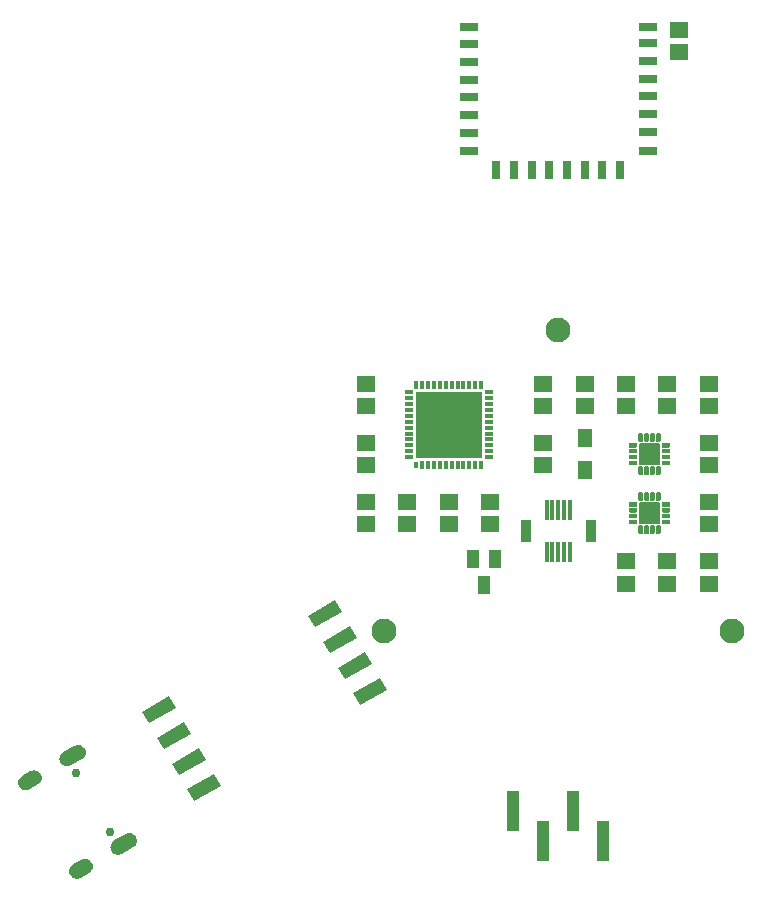
<source format=gts>
G04 EAGLE Gerber RS-274X export*
G75*
%MOMM*%
%FSLAX34Y34*%
%LPD*%
%INTop Solder Mask*%
%IPPOS*%
%AMOC8*
5,1,8,0,0,1.08239X$1,22.5*%
G01*
%ADD10C,2.101600*%
%ADD11C,0.751600*%
%ADD12R,1.601600X0.736600*%
%ADD13R,0.736600X1.601600*%
%ADD14R,0.301600X0.501600*%
%ADD15R,5.701600X5.701600*%
%ADD16R,0.401600X0.651600*%
%ADD17R,0.651600X0.401600*%
%ADD18R,1.601600X1.401600*%
%ADD19R,1.301600X1.601600*%
%ADD20R,0.400000X1.700000*%
%ADD21R,0.901600X1.901600*%
%ADD22R,1.101600X1.501600*%
%ADD23R,1.117600X3.403600*%
%ADD24R,2.601600X1.141600*%
%ADD25R,2.601600X1.121600*%

G36*
X573042Y390919D02*
X573042Y390919D01*
X573183Y390935D01*
X573195Y390939D01*
X573207Y390941D01*
X573339Y390995D01*
X573472Y391046D01*
X573481Y391053D01*
X573493Y391057D01*
X573607Y391144D01*
X573722Y391227D01*
X573730Y391236D01*
X573739Y391244D01*
X573828Y391356D01*
X573918Y391466D01*
X573923Y391477D01*
X573930Y391487D01*
X573987Y391617D01*
X574046Y391747D01*
X574048Y391758D01*
X574053Y391770D01*
X574099Y392076D01*
X574098Y392089D01*
X574099Y392100D01*
X574099Y407900D01*
X574081Y408042D01*
X574065Y408183D01*
X574061Y408195D01*
X574059Y408207D01*
X574005Y408339D01*
X573954Y408472D01*
X573947Y408481D01*
X573943Y408493D01*
X573856Y408607D01*
X573773Y408722D01*
X573764Y408730D01*
X573756Y408739D01*
X573644Y408828D01*
X573534Y408918D01*
X573523Y408923D01*
X573513Y408930D01*
X573383Y408987D01*
X573253Y409046D01*
X573242Y409048D01*
X573230Y409053D01*
X572924Y409099D01*
X572911Y409098D01*
X572900Y409099D01*
X557100Y409099D01*
X556958Y409081D01*
X556817Y409065D01*
X556806Y409061D01*
X556793Y409059D01*
X556661Y409005D01*
X556528Y408954D01*
X556519Y408947D01*
X556507Y408943D01*
X556393Y408856D01*
X556278Y408773D01*
X556270Y408764D01*
X556261Y408756D01*
X556172Y408644D01*
X556082Y408534D01*
X556077Y408523D01*
X556070Y408513D01*
X556013Y408383D01*
X555954Y408253D01*
X555952Y408242D01*
X555947Y408230D01*
X555901Y407924D01*
X555902Y407911D01*
X555901Y407900D01*
X555901Y392100D01*
X555919Y391958D01*
X555935Y391817D01*
X555939Y391806D01*
X555941Y391793D01*
X555995Y391661D01*
X556046Y391528D01*
X556053Y391519D01*
X556057Y391507D01*
X556144Y391393D01*
X556227Y391278D01*
X556236Y391270D01*
X556244Y391261D01*
X556356Y391172D01*
X556466Y391082D01*
X556477Y391077D01*
X556487Y391070D01*
X556617Y391013D01*
X556747Y390954D01*
X556758Y390952D01*
X556770Y390947D01*
X557076Y390901D01*
X557089Y390902D01*
X557100Y390901D01*
X572900Y390901D01*
X573042Y390919D01*
G37*
G36*
X573042Y340919D02*
X573042Y340919D01*
X573183Y340935D01*
X573195Y340939D01*
X573207Y340941D01*
X573339Y340995D01*
X573472Y341046D01*
X573481Y341053D01*
X573493Y341057D01*
X573607Y341144D01*
X573722Y341227D01*
X573730Y341236D01*
X573739Y341244D01*
X573828Y341356D01*
X573918Y341466D01*
X573923Y341477D01*
X573930Y341487D01*
X573987Y341617D01*
X574046Y341747D01*
X574048Y341758D01*
X574053Y341770D01*
X574099Y342076D01*
X574098Y342089D01*
X574099Y342100D01*
X574099Y357900D01*
X574081Y358042D01*
X574065Y358183D01*
X574061Y358195D01*
X574059Y358207D01*
X574005Y358339D01*
X573954Y358472D01*
X573947Y358481D01*
X573943Y358493D01*
X573856Y358607D01*
X573773Y358722D01*
X573764Y358730D01*
X573756Y358739D01*
X573644Y358828D01*
X573534Y358918D01*
X573523Y358923D01*
X573513Y358930D01*
X573383Y358987D01*
X573253Y359046D01*
X573242Y359048D01*
X573230Y359053D01*
X572924Y359099D01*
X572911Y359098D01*
X572900Y359099D01*
X557100Y359099D01*
X556958Y359081D01*
X556817Y359065D01*
X556806Y359061D01*
X556793Y359059D01*
X556661Y359005D01*
X556528Y358954D01*
X556519Y358947D01*
X556507Y358943D01*
X556393Y358856D01*
X556278Y358773D01*
X556270Y358764D01*
X556261Y358756D01*
X556172Y358644D01*
X556082Y358534D01*
X556077Y358523D01*
X556070Y358513D01*
X556013Y358383D01*
X555954Y358253D01*
X555952Y358242D01*
X555947Y358230D01*
X555901Y357924D01*
X555902Y357911D01*
X555901Y357900D01*
X555901Y342100D01*
X555919Y341958D01*
X555935Y341817D01*
X555939Y341806D01*
X555941Y341793D01*
X555995Y341661D01*
X556046Y341528D01*
X556053Y341519D01*
X556057Y341507D01*
X556144Y341393D01*
X556227Y341278D01*
X556236Y341270D01*
X556244Y341261D01*
X556356Y341172D01*
X556466Y341082D01*
X556477Y341077D01*
X556487Y341070D01*
X556617Y341013D01*
X556747Y340954D01*
X556758Y340952D01*
X556770Y340947D01*
X557076Y340901D01*
X557089Y340902D01*
X557100Y340901D01*
X572900Y340901D01*
X573042Y340919D01*
G37*
G36*
X72561Y135683D02*
X72561Y135683D01*
X72624Y135686D01*
X73851Y135947D01*
X73889Y135963D01*
X73950Y135979D01*
X75096Y136489D01*
X75115Y136502D01*
X75142Y136513D01*
X84669Y142013D01*
X84686Y142028D01*
X84713Y142041D01*
X85727Y142779D01*
X85754Y142808D01*
X85767Y142817D01*
X85769Y142820D01*
X85805Y142848D01*
X86644Y143781D01*
X86665Y143816D01*
X86706Y143865D01*
X87333Y144951D01*
X87342Y144980D01*
X87343Y144981D01*
X87343Y144983D01*
X87346Y144991D01*
X87375Y145047D01*
X87763Y146240D01*
X87767Y146281D01*
X87784Y146342D01*
X87916Y147589D01*
X87912Y147630D01*
X87913Y147654D01*
X87916Y147673D01*
X87915Y147680D01*
X87916Y147693D01*
X87784Y148941D01*
X87772Y148980D01*
X87763Y149043D01*
X87375Y150236D01*
X87355Y150272D01*
X87333Y150331D01*
X86706Y151418D01*
X86678Y151449D01*
X86644Y151502D01*
X85805Y152434D01*
X85771Y152459D01*
X85727Y152504D01*
X84712Y153241D01*
X84675Y153259D01*
X84622Y153294D01*
X83476Y153804D01*
X83436Y153813D01*
X83377Y153836D01*
X82150Y154097D01*
X82109Y154097D01*
X82046Y154108D01*
X80792Y154108D01*
X80751Y154099D01*
X80688Y154097D01*
X79461Y153836D01*
X79423Y153819D01*
X79362Y153804D01*
X78216Y153294D01*
X78197Y153280D01*
X78169Y153270D01*
X68643Y147770D01*
X68626Y147755D01*
X68599Y147741D01*
X67585Y147004D01*
X67557Y146974D01*
X67507Y146934D01*
X66668Y146002D01*
X66647Y145966D01*
X66606Y145918D01*
X65979Y144831D01*
X65966Y144792D01*
X65937Y144736D01*
X65549Y143543D01*
X65544Y143502D01*
X65527Y143441D01*
X65396Y142193D01*
X65399Y142165D01*
X65396Y142149D01*
X65399Y142136D01*
X65396Y142089D01*
X65527Y140842D01*
X65540Y140802D01*
X65549Y140740D01*
X65937Y139547D01*
X65957Y139511D01*
X65979Y139451D01*
X66606Y138365D01*
X66634Y138334D01*
X66668Y138281D01*
X67507Y137348D01*
X67540Y137324D01*
X67544Y137320D01*
X67557Y137302D01*
X67568Y137296D01*
X67585Y137279D01*
X68599Y136541D01*
X68637Y136524D01*
X68690Y136489D01*
X69836Y135979D01*
X69876Y135970D01*
X69935Y135947D01*
X71162Y135686D01*
X71203Y135685D01*
X71266Y135675D01*
X72520Y135675D01*
X72561Y135683D01*
G37*
G36*
X115761Y60859D02*
X115761Y60859D01*
X115824Y60861D01*
X117051Y61122D01*
X117089Y61139D01*
X117150Y61154D01*
X118296Y61664D01*
X118315Y61678D01*
X118342Y61688D01*
X127869Y67188D01*
X127886Y67203D01*
X127912Y67217D01*
X128927Y67954D01*
X128954Y67983D01*
X128967Y67992D01*
X128969Y67995D01*
X129005Y68024D01*
X129844Y68956D01*
X129865Y68992D01*
X129905Y69040D01*
X130533Y70127D01*
X130542Y70156D01*
X130543Y70157D01*
X130543Y70158D01*
X130546Y70166D01*
X130575Y70222D01*
X130963Y71415D01*
X130967Y71456D01*
X130984Y71517D01*
X131116Y72765D01*
X131112Y72806D01*
X131113Y72829D01*
X131116Y72849D01*
X131115Y72856D01*
X131116Y72869D01*
X130984Y74116D01*
X130972Y74156D01*
X130963Y74218D01*
X130575Y75411D01*
X130555Y75447D01*
X130533Y75507D01*
X129905Y76593D01*
X129878Y76624D01*
X129844Y76677D01*
X129005Y77610D01*
X128971Y77634D01*
X128927Y77679D01*
X127912Y78417D01*
X127875Y78434D01*
X127822Y78469D01*
X126676Y78979D01*
X126636Y78988D01*
X126577Y79011D01*
X125350Y79272D01*
X125309Y79273D01*
X125246Y79283D01*
X123992Y79283D01*
X123951Y79275D01*
X123888Y79272D01*
X122661Y79011D01*
X122623Y78995D01*
X122562Y78979D01*
X121416Y78469D01*
X121397Y78456D01*
X121369Y78445D01*
X111843Y72945D01*
X111826Y72930D01*
X111799Y72917D01*
X110785Y72179D01*
X110757Y72149D01*
X110707Y72110D01*
X109868Y71177D01*
X109847Y71142D01*
X109806Y71093D01*
X109179Y70007D01*
X109166Y69967D01*
X109137Y69911D01*
X108749Y68718D01*
X108744Y68677D01*
X108727Y68616D01*
X108596Y67369D01*
X108599Y67340D01*
X108596Y67324D01*
X108599Y67312D01*
X108596Y67265D01*
X108727Y66017D01*
X108740Y65977D01*
X108749Y65915D01*
X109137Y64722D01*
X109157Y64686D01*
X109179Y64627D01*
X109806Y63540D01*
X109834Y63509D01*
X109868Y63456D01*
X110707Y62524D01*
X110740Y62499D01*
X110744Y62495D01*
X110757Y62477D01*
X110768Y62471D01*
X110785Y62454D01*
X111799Y61717D01*
X111837Y61699D01*
X111890Y61664D01*
X113036Y61154D01*
X113076Y61145D01*
X113135Y61122D01*
X114362Y60861D01*
X114403Y60861D01*
X114466Y60850D01*
X115720Y60850D01*
X115761Y60859D01*
G37*
G36*
X37660Y115533D02*
X37660Y115533D01*
X37723Y115536D01*
X38950Y115797D01*
X38988Y115813D01*
X39049Y115829D01*
X40195Y116339D01*
X40214Y116352D01*
X40242Y116363D01*
X47170Y120363D01*
X47187Y120378D01*
X47214Y120391D01*
X48228Y121129D01*
X48256Y121158D01*
X48271Y121169D01*
X48273Y121173D01*
X48306Y121198D01*
X49145Y122131D01*
X49166Y122166D01*
X49207Y122215D01*
X49834Y123301D01*
X49844Y123331D01*
X49845Y123333D01*
X49846Y123338D01*
X49847Y123341D01*
X49876Y123397D01*
X50264Y124590D01*
X50269Y124631D01*
X50286Y124692D01*
X50417Y125939D01*
X50413Y125980D01*
X50415Y126010D01*
X50417Y126026D01*
X50416Y126031D01*
X50417Y126043D01*
X50286Y127291D01*
X50273Y127330D01*
X50264Y127393D01*
X49876Y128586D01*
X49856Y128622D01*
X49834Y128681D01*
X49207Y129768D01*
X49179Y129799D01*
X49145Y129852D01*
X48306Y130784D01*
X48273Y130809D01*
X48228Y130854D01*
X47214Y131591D01*
X47176Y131609D01*
X47123Y131644D01*
X45977Y132154D01*
X45937Y132163D01*
X45878Y132186D01*
X44651Y132447D01*
X44610Y132447D01*
X44547Y132458D01*
X43293Y132458D01*
X43252Y132449D01*
X43189Y132447D01*
X41962Y132186D01*
X41924Y132169D01*
X41863Y132154D01*
X40717Y131644D01*
X40698Y131630D01*
X40671Y131620D01*
X33742Y127620D01*
X33725Y127605D01*
X33698Y127591D01*
X32684Y126854D01*
X32656Y126824D01*
X32606Y126784D01*
X31767Y125852D01*
X31746Y125816D01*
X31705Y125768D01*
X31078Y124681D01*
X31065Y124642D01*
X31036Y124586D01*
X30648Y123393D01*
X30644Y123352D01*
X30627Y123291D01*
X30495Y122043D01*
X30498Y122015D01*
X30495Y121999D01*
X30498Y121986D01*
X30495Y121939D01*
X30627Y120692D01*
X30639Y120652D01*
X30648Y120590D01*
X31036Y119397D01*
X31056Y119361D01*
X31078Y119301D01*
X31705Y118215D01*
X31733Y118184D01*
X31767Y118131D01*
X32606Y117198D01*
X32639Y117174D01*
X32644Y117170D01*
X32657Y117152D01*
X32667Y117146D01*
X32684Y117129D01*
X33698Y116391D01*
X33736Y116374D01*
X33789Y116339D01*
X34935Y115829D01*
X34975Y115820D01*
X35034Y115797D01*
X36261Y115536D01*
X36302Y115535D01*
X36365Y115525D01*
X37619Y115525D01*
X37660Y115533D01*
G37*
G36*
X80860Y40709D02*
X80860Y40709D01*
X80923Y40711D01*
X82150Y40972D01*
X82188Y40989D01*
X82249Y41004D01*
X83395Y41514D01*
X83414Y41528D01*
X83442Y41538D01*
X90370Y45538D01*
X90387Y45553D01*
X90414Y45567D01*
X91428Y46304D01*
X91456Y46334D01*
X91471Y46344D01*
X91473Y46348D01*
X91506Y46374D01*
X92345Y47306D01*
X92366Y47342D01*
X92407Y47390D01*
X93034Y48477D01*
X93044Y48506D01*
X93045Y48509D01*
X93046Y48514D01*
X93047Y48516D01*
X93076Y48572D01*
X93464Y49765D01*
X93469Y49806D01*
X93486Y49867D01*
X93617Y51115D01*
X93613Y51156D01*
X93615Y51185D01*
X93617Y51201D01*
X93616Y51207D01*
X93617Y51219D01*
X93486Y52466D01*
X93473Y52506D01*
X93464Y52568D01*
X93076Y53761D01*
X93056Y53797D01*
X93034Y53857D01*
X92407Y54943D01*
X92379Y54974D01*
X92345Y55027D01*
X91506Y55960D01*
X91473Y55984D01*
X91428Y56029D01*
X90414Y56767D01*
X90376Y56784D01*
X90323Y56819D01*
X89177Y57329D01*
X89137Y57338D01*
X89078Y57361D01*
X87851Y57622D01*
X87810Y57623D01*
X87747Y57633D01*
X86493Y57633D01*
X86452Y57625D01*
X86389Y57622D01*
X85162Y57361D01*
X85124Y57345D01*
X85063Y57329D01*
X83917Y56819D01*
X83898Y56806D01*
X83871Y56795D01*
X76942Y52795D01*
X76925Y52780D01*
X76898Y52767D01*
X75884Y52029D01*
X75856Y51999D01*
X75806Y51960D01*
X74967Y51027D01*
X74946Y50992D01*
X74905Y50943D01*
X74278Y49857D01*
X74265Y49817D01*
X74236Y49761D01*
X73848Y48568D01*
X73844Y48527D01*
X73827Y48466D01*
X73695Y47219D01*
X73698Y47190D01*
X73695Y47174D01*
X73698Y47162D01*
X73695Y47115D01*
X73827Y45867D01*
X73839Y45828D01*
X73848Y45765D01*
X74236Y44572D01*
X74256Y44536D01*
X74278Y44477D01*
X74905Y43390D01*
X74933Y43359D01*
X74967Y43306D01*
X75806Y42374D01*
X75839Y42349D01*
X75843Y42345D01*
X75857Y42327D01*
X75867Y42321D01*
X75884Y42304D01*
X76898Y41567D01*
X76936Y41549D01*
X76989Y41514D01*
X78135Y41004D01*
X78175Y40995D01*
X78234Y40972D01*
X79461Y40711D01*
X79502Y40711D01*
X79565Y40700D01*
X80819Y40700D01*
X80860Y40709D01*
G37*
G36*
X553642Y405619D02*
X553642Y405619D01*
X553783Y405635D01*
X553795Y405639D01*
X553807Y405641D01*
X553939Y405695D01*
X554072Y405746D01*
X554081Y405753D01*
X554093Y405757D01*
X554207Y405844D01*
X554322Y405927D01*
X554330Y405936D01*
X554339Y405944D01*
X554428Y406056D01*
X554518Y406166D01*
X554523Y406177D01*
X554530Y406187D01*
X554587Y406317D01*
X554646Y406447D01*
X554648Y406458D01*
X554653Y406470D01*
X554699Y406776D01*
X554698Y406789D01*
X554699Y406800D01*
X554699Y408200D01*
X554681Y408342D01*
X554665Y408483D01*
X554661Y408495D01*
X554659Y408507D01*
X554605Y408639D01*
X554554Y408772D01*
X554547Y408781D01*
X554543Y408793D01*
X554456Y408907D01*
X554373Y409022D01*
X554364Y409030D01*
X554356Y409039D01*
X554244Y409128D01*
X554134Y409218D01*
X554123Y409223D01*
X554113Y409230D01*
X553983Y409287D01*
X553853Y409346D01*
X553842Y409348D01*
X553830Y409353D01*
X553524Y409399D01*
X553511Y409398D01*
X553500Y409399D01*
X548500Y409399D01*
X548358Y409381D01*
X548217Y409365D01*
X548206Y409361D01*
X548193Y409359D01*
X548061Y409305D01*
X547928Y409254D01*
X547919Y409247D01*
X547907Y409243D01*
X547793Y409156D01*
X547678Y409073D01*
X547670Y409064D01*
X547661Y409056D01*
X547572Y408944D01*
X547482Y408834D01*
X547477Y408823D01*
X547470Y408813D01*
X547413Y408683D01*
X547354Y408553D01*
X547352Y408542D01*
X547347Y408530D01*
X547301Y408224D01*
X547302Y408211D01*
X547301Y408200D01*
X547301Y406800D01*
X547319Y406658D01*
X547335Y406517D01*
X547339Y406506D01*
X547341Y406493D01*
X547395Y406361D01*
X547446Y406228D01*
X547453Y406219D01*
X547457Y406207D01*
X547544Y406093D01*
X547627Y405978D01*
X547636Y405970D01*
X547644Y405961D01*
X547756Y405872D01*
X547866Y405782D01*
X547877Y405777D01*
X547887Y405770D01*
X548017Y405713D01*
X548147Y405654D01*
X548158Y405652D01*
X548170Y405647D01*
X548476Y405601D01*
X548489Y405602D01*
X548500Y405601D01*
X553500Y405601D01*
X553642Y405619D01*
G37*
G36*
X581642Y400619D02*
X581642Y400619D01*
X581783Y400635D01*
X581795Y400639D01*
X581807Y400641D01*
X581939Y400695D01*
X582072Y400746D01*
X582081Y400753D01*
X582093Y400757D01*
X582207Y400844D01*
X582322Y400927D01*
X582330Y400936D01*
X582339Y400944D01*
X582428Y401056D01*
X582518Y401166D01*
X582523Y401177D01*
X582530Y401187D01*
X582587Y401317D01*
X582646Y401447D01*
X582648Y401458D01*
X582653Y401470D01*
X582699Y401776D01*
X582698Y401789D01*
X582699Y401800D01*
X582699Y403200D01*
X582681Y403342D01*
X582665Y403483D01*
X582661Y403495D01*
X582659Y403507D01*
X582605Y403639D01*
X582554Y403772D01*
X582547Y403781D01*
X582543Y403793D01*
X582456Y403907D01*
X582373Y404022D01*
X582364Y404030D01*
X582356Y404039D01*
X582244Y404128D01*
X582134Y404218D01*
X582123Y404223D01*
X582113Y404230D01*
X581983Y404287D01*
X581853Y404346D01*
X581842Y404348D01*
X581830Y404353D01*
X581524Y404399D01*
X581511Y404398D01*
X581500Y404399D01*
X576500Y404399D01*
X576358Y404381D01*
X576217Y404365D01*
X576206Y404361D01*
X576193Y404359D01*
X576061Y404305D01*
X575928Y404254D01*
X575919Y404247D01*
X575907Y404243D01*
X575793Y404156D01*
X575678Y404073D01*
X575670Y404064D01*
X575661Y404056D01*
X575572Y403944D01*
X575482Y403834D01*
X575477Y403823D01*
X575470Y403813D01*
X575413Y403683D01*
X575354Y403553D01*
X575352Y403542D01*
X575347Y403530D01*
X575301Y403224D01*
X575302Y403211D01*
X575301Y403200D01*
X575301Y401800D01*
X575319Y401658D01*
X575335Y401517D01*
X575339Y401506D01*
X575341Y401493D01*
X575395Y401361D01*
X575446Y401228D01*
X575453Y401219D01*
X575457Y401207D01*
X575544Y401093D01*
X575627Y400978D01*
X575636Y400970D01*
X575644Y400961D01*
X575756Y400872D01*
X575866Y400782D01*
X575877Y400777D01*
X575887Y400770D01*
X576017Y400713D01*
X576147Y400654D01*
X576158Y400652D01*
X576170Y400647D01*
X576476Y400601D01*
X576489Y400602D01*
X576500Y400601D01*
X581500Y400601D01*
X581642Y400619D01*
G37*
G36*
X553642Y400619D02*
X553642Y400619D01*
X553783Y400635D01*
X553795Y400639D01*
X553807Y400641D01*
X553939Y400695D01*
X554072Y400746D01*
X554081Y400753D01*
X554093Y400757D01*
X554207Y400844D01*
X554322Y400927D01*
X554330Y400936D01*
X554339Y400944D01*
X554428Y401056D01*
X554518Y401166D01*
X554523Y401177D01*
X554530Y401187D01*
X554587Y401317D01*
X554646Y401447D01*
X554648Y401458D01*
X554653Y401470D01*
X554699Y401776D01*
X554698Y401789D01*
X554699Y401800D01*
X554699Y403200D01*
X554681Y403342D01*
X554665Y403483D01*
X554661Y403495D01*
X554659Y403507D01*
X554605Y403639D01*
X554554Y403772D01*
X554547Y403781D01*
X554543Y403793D01*
X554456Y403907D01*
X554373Y404022D01*
X554364Y404030D01*
X554356Y404039D01*
X554244Y404128D01*
X554134Y404218D01*
X554123Y404223D01*
X554113Y404230D01*
X553983Y404287D01*
X553853Y404346D01*
X553842Y404348D01*
X553830Y404353D01*
X553524Y404399D01*
X553511Y404398D01*
X553500Y404399D01*
X548500Y404399D01*
X548358Y404381D01*
X548217Y404365D01*
X548206Y404361D01*
X548193Y404359D01*
X548061Y404305D01*
X547928Y404254D01*
X547919Y404247D01*
X547907Y404243D01*
X547793Y404156D01*
X547678Y404073D01*
X547670Y404064D01*
X547661Y404056D01*
X547572Y403944D01*
X547482Y403834D01*
X547477Y403823D01*
X547470Y403813D01*
X547413Y403683D01*
X547354Y403553D01*
X547352Y403542D01*
X547347Y403530D01*
X547301Y403224D01*
X547302Y403211D01*
X547301Y403200D01*
X547301Y401800D01*
X547319Y401658D01*
X547335Y401517D01*
X547339Y401506D01*
X547341Y401493D01*
X547395Y401361D01*
X547446Y401228D01*
X547453Y401219D01*
X547457Y401207D01*
X547544Y401093D01*
X547627Y400978D01*
X547636Y400970D01*
X547644Y400961D01*
X547756Y400872D01*
X547866Y400782D01*
X547877Y400777D01*
X547887Y400770D01*
X548017Y400713D01*
X548147Y400654D01*
X548158Y400652D01*
X548170Y400647D01*
X548476Y400601D01*
X548489Y400602D01*
X548500Y400601D01*
X553500Y400601D01*
X553642Y400619D01*
G37*
G36*
X553642Y395619D02*
X553642Y395619D01*
X553783Y395635D01*
X553795Y395639D01*
X553807Y395641D01*
X553939Y395695D01*
X554072Y395746D01*
X554081Y395753D01*
X554093Y395757D01*
X554207Y395844D01*
X554322Y395927D01*
X554330Y395936D01*
X554339Y395944D01*
X554428Y396056D01*
X554518Y396166D01*
X554523Y396177D01*
X554530Y396187D01*
X554587Y396317D01*
X554646Y396447D01*
X554648Y396458D01*
X554653Y396470D01*
X554699Y396776D01*
X554698Y396789D01*
X554699Y396800D01*
X554699Y398200D01*
X554681Y398342D01*
X554665Y398483D01*
X554661Y398495D01*
X554659Y398507D01*
X554605Y398639D01*
X554554Y398772D01*
X554547Y398781D01*
X554543Y398793D01*
X554456Y398907D01*
X554373Y399022D01*
X554364Y399030D01*
X554356Y399039D01*
X554244Y399128D01*
X554134Y399218D01*
X554123Y399223D01*
X554113Y399230D01*
X553983Y399287D01*
X553853Y399346D01*
X553842Y399348D01*
X553830Y399353D01*
X553524Y399399D01*
X553511Y399398D01*
X553500Y399399D01*
X548500Y399399D01*
X548358Y399381D01*
X548217Y399365D01*
X548206Y399361D01*
X548193Y399359D01*
X548061Y399305D01*
X547928Y399254D01*
X547919Y399247D01*
X547907Y399243D01*
X547793Y399156D01*
X547678Y399073D01*
X547670Y399064D01*
X547661Y399056D01*
X547572Y398944D01*
X547482Y398834D01*
X547477Y398823D01*
X547470Y398813D01*
X547413Y398683D01*
X547354Y398553D01*
X547352Y398542D01*
X547347Y398530D01*
X547301Y398224D01*
X547302Y398211D01*
X547301Y398200D01*
X547301Y396800D01*
X547319Y396658D01*
X547335Y396517D01*
X547339Y396506D01*
X547341Y396493D01*
X547395Y396361D01*
X547446Y396228D01*
X547453Y396219D01*
X547457Y396207D01*
X547544Y396093D01*
X547627Y395978D01*
X547636Y395970D01*
X547644Y395961D01*
X547756Y395872D01*
X547866Y395782D01*
X547877Y395777D01*
X547887Y395770D01*
X548017Y395713D01*
X548147Y395654D01*
X548158Y395652D01*
X548170Y395647D01*
X548476Y395601D01*
X548489Y395602D01*
X548500Y395601D01*
X553500Y395601D01*
X553642Y395619D01*
G37*
G36*
X581642Y395619D02*
X581642Y395619D01*
X581783Y395635D01*
X581795Y395639D01*
X581807Y395641D01*
X581939Y395695D01*
X582072Y395746D01*
X582081Y395753D01*
X582093Y395757D01*
X582207Y395844D01*
X582322Y395927D01*
X582330Y395936D01*
X582339Y395944D01*
X582428Y396056D01*
X582518Y396166D01*
X582523Y396177D01*
X582530Y396187D01*
X582587Y396317D01*
X582646Y396447D01*
X582648Y396458D01*
X582653Y396470D01*
X582699Y396776D01*
X582698Y396789D01*
X582699Y396800D01*
X582699Y398200D01*
X582681Y398342D01*
X582665Y398483D01*
X582661Y398495D01*
X582659Y398507D01*
X582605Y398639D01*
X582554Y398772D01*
X582547Y398781D01*
X582543Y398793D01*
X582456Y398907D01*
X582373Y399022D01*
X582364Y399030D01*
X582356Y399039D01*
X582244Y399128D01*
X582134Y399218D01*
X582123Y399223D01*
X582113Y399230D01*
X581983Y399287D01*
X581853Y399346D01*
X581842Y399348D01*
X581830Y399353D01*
X581524Y399399D01*
X581511Y399398D01*
X581500Y399399D01*
X576500Y399399D01*
X576358Y399381D01*
X576217Y399365D01*
X576206Y399361D01*
X576193Y399359D01*
X576061Y399305D01*
X575928Y399254D01*
X575919Y399247D01*
X575907Y399243D01*
X575793Y399156D01*
X575678Y399073D01*
X575670Y399064D01*
X575661Y399056D01*
X575572Y398944D01*
X575482Y398834D01*
X575477Y398823D01*
X575470Y398813D01*
X575413Y398683D01*
X575354Y398553D01*
X575352Y398542D01*
X575347Y398530D01*
X575301Y398224D01*
X575302Y398211D01*
X575301Y398200D01*
X575301Y396800D01*
X575319Y396658D01*
X575335Y396517D01*
X575339Y396506D01*
X575341Y396493D01*
X575395Y396361D01*
X575446Y396228D01*
X575453Y396219D01*
X575457Y396207D01*
X575544Y396093D01*
X575627Y395978D01*
X575636Y395970D01*
X575644Y395961D01*
X575756Y395872D01*
X575866Y395782D01*
X575877Y395777D01*
X575887Y395770D01*
X576017Y395713D01*
X576147Y395654D01*
X576158Y395652D01*
X576170Y395647D01*
X576476Y395601D01*
X576489Y395602D01*
X576500Y395601D01*
X581500Y395601D01*
X581642Y395619D01*
G37*
G36*
X553642Y390619D02*
X553642Y390619D01*
X553783Y390635D01*
X553795Y390639D01*
X553807Y390641D01*
X553939Y390695D01*
X554072Y390746D01*
X554081Y390753D01*
X554093Y390757D01*
X554207Y390844D01*
X554322Y390927D01*
X554330Y390936D01*
X554339Y390944D01*
X554428Y391056D01*
X554518Y391166D01*
X554523Y391177D01*
X554530Y391187D01*
X554587Y391317D01*
X554646Y391447D01*
X554648Y391458D01*
X554653Y391470D01*
X554699Y391776D01*
X554698Y391789D01*
X554699Y391800D01*
X554699Y393200D01*
X554681Y393342D01*
X554665Y393483D01*
X554661Y393495D01*
X554659Y393507D01*
X554605Y393639D01*
X554554Y393772D01*
X554547Y393781D01*
X554543Y393793D01*
X554456Y393907D01*
X554373Y394022D01*
X554364Y394030D01*
X554356Y394039D01*
X554244Y394128D01*
X554134Y394218D01*
X554123Y394223D01*
X554113Y394230D01*
X553983Y394287D01*
X553853Y394346D01*
X553842Y394348D01*
X553830Y394353D01*
X553524Y394399D01*
X553511Y394398D01*
X553500Y394399D01*
X548500Y394399D01*
X548358Y394381D01*
X548217Y394365D01*
X548206Y394361D01*
X548193Y394359D01*
X548061Y394305D01*
X547928Y394254D01*
X547919Y394247D01*
X547907Y394243D01*
X547793Y394156D01*
X547678Y394073D01*
X547670Y394064D01*
X547661Y394056D01*
X547572Y393944D01*
X547482Y393834D01*
X547477Y393823D01*
X547470Y393813D01*
X547413Y393683D01*
X547354Y393553D01*
X547352Y393542D01*
X547347Y393530D01*
X547301Y393224D01*
X547302Y393211D01*
X547301Y393200D01*
X547301Y391800D01*
X547319Y391658D01*
X547335Y391517D01*
X547339Y391506D01*
X547341Y391493D01*
X547395Y391361D01*
X547446Y391228D01*
X547453Y391219D01*
X547457Y391207D01*
X547544Y391093D01*
X547627Y390978D01*
X547636Y390970D01*
X547644Y390961D01*
X547756Y390872D01*
X547866Y390782D01*
X547877Y390777D01*
X547887Y390770D01*
X548017Y390713D01*
X548147Y390654D01*
X548158Y390652D01*
X548170Y390647D01*
X548476Y390601D01*
X548489Y390602D01*
X548500Y390601D01*
X553500Y390601D01*
X553642Y390619D01*
G37*
G36*
X581642Y390619D02*
X581642Y390619D01*
X581783Y390635D01*
X581795Y390639D01*
X581807Y390641D01*
X581939Y390695D01*
X582072Y390746D01*
X582081Y390753D01*
X582093Y390757D01*
X582207Y390844D01*
X582322Y390927D01*
X582330Y390936D01*
X582339Y390944D01*
X582428Y391056D01*
X582518Y391166D01*
X582523Y391177D01*
X582530Y391187D01*
X582587Y391317D01*
X582646Y391447D01*
X582648Y391458D01*
X582653Y391470D01*
X582699Y391776D01*
X582698Y391789D01*
X582699Y391800D01*
X582699Y393200D01*
X582681Y393342D01*
X582665Y393483D01*
X582661Y393495D01*
X582659Y393507D01*
X582605Y393639D01*
X582554Y393772D01*
X582547Y393781D01*
X582543Y393793D01*
X582456Y393907D01*
X582373Y394022D01*
X582364Y394030D01*
X582356Y394039D01*
X582244Y394128D01*
X582134Y394218D01*
X582123Y394223D01*
X582113Y394230D01*
X581983Y394287D01*
X581853Y394346D01*
X581842Y394348D01*
X581830Y394353D01*
X581524Y394399D01*
X581511Y394398D01*
X581500Y394399D01*
X576500Y394399D01*
X576358Y394381D01*
X576217Y394365D01*
X576206Y394361D01*
X576193Y394359D01*
X576061Y394305D01*
X575928Y394254D01*
X575919Y394247D01*
X575907Y394243D01*
X575793Y394156D01*
X575678Y394073D01*
X575670Y394064D01*
X575661Y394056D01*
X575572Y393944D01*
X575482Y393834D01*
X575477Y393823D01*
X575470Y393813D01*
X575413Y393683D01*
X575354Y393553D01*
X575352Y393542D01*
X575347Y393530D01*
X575301Y393224D01*
X575302Y393211D01*
X575301Y393200D01*
X575301Y391800D01*
X575319Y391658D01*
X575335Y391517D01*
X575339Y391506D01*
X575341Y391493D01*
X575395Y391361D01*
X575446Y391228D01*
X575453Y391219D01*
X575457Y391207D01*
X575544Y391093D01*
X575627Y390978D01*
X575636Y390970D01*
X575644Y390961D01*
X575756Y390872D01*
X575866Y390782D01*
X575877Y390777D01*
X575887Y390770D01*
X576017Y390713D01*
X576147Y390654D01*
X576158Y390652D01*
X576170Y390647D01*
X576476Y390601D01*
X576489Y390602D01*
X576500Y390601D01*
X581500Y390601D01*
X581642Y390619D01*
G37*
G36*
X558342Y382319D02*
X558342Y382319D01*
X558483Y382335D01*
X558495Y382339D01*
X558507Y382341D01*
X558639Y382395D01*
X558772Y382446D01*
X558781Y382453D01*
X558793Y382457D01*
X558907Y382544D01*
X559022Y382627D01*
X559030Y382636D01*
X559039Y382644D01*
X559128Y382756D01*
X559218Y382866D01*
X559223Y382877D01*
X559230Y382887D01*
X559287Y383017D01*
X559346Y383147D01*
X559348Y383158D01*
X559353Y383170D01*
X559399Y383476D01*
X559398Y383489D01*
X559399Y383500D01*
X559399Y388500D01*
X559381Y388642D01*
X559365Y388783D01*
X559361Y388795D01*
X559359Y388807D01*
X559305Y388939D01*
X559254Y389072D01*
X559247Y389081D01*
X559243Y389093D01*
X559156Y389207D01*
X559073Y389322D01*
X559064Y389330D01*
X559056Y389339D01*
X558944Y389428D01*
X558834Y389518D01*
X558823Y389523D01*
X558813Y389530D01*
X558683Y389587D01*
X558553Y389646D01*
X558542Y389648D01*
X558530Y389653D01*
X558224Y389699D01*
X558211Y389698D01*
X558200Y389699D01*
X556800Y389699D01*
X556658Y389681D01*
X556517Y389665D01*
X556506Y389661D01*
X556493Y389659D01*
X556361Y389605D01*
X556228Y389554D01*
X556219Y389547D01*
X556207Y389543D01*
X556093Y389456D01*
X555978Y389373D01*
X555970Y389364D01*
X555961Y389356D01*
X555872Y389244D01*
X555782Y389134D01*
X555777Y389123D01*
X555770Y389113D01*
X555713Y388983D01*
X555654Y388853D01*
X555652Y388842D01*
X555647Y388830D01*
X555601Y388524D01*
X555602Y388511D01*
X555601Y388500D01*
X555601Y383500D01*
X555619Y383358D01*
X555635Y383217D01*
X555639Y383206D01*
X555641Y383193D01*
X555695Y383061D01*
X555746Y382928D01*
X555753Y382919D01*
X555757Y382907D01*
X555844Y382793D01*
X555927Y382678D01*
X555936Y382670D01*
X555944Y382661D01*
X556056Y382572D01*
X556166Y382482D01*
X556177Y382477D01*
X556187Y382470D01*
X556317Y382413D01*
X556447Y382354D01*
X556458Y382352D01*
X556470Y382347D01*
X556776Y382301D01*
X556789Y382302D01*
X556800Y382301D01*
X558200Y382301D01*
X558342Y382319D01*
G37*
G36*
X573342Y382319D02*
X573342Y382319D01*
X573483Y382335D01*
X573495Y382339D01*
X573507Y382341D01*
X573639Y382395D01*
X573772Y382446D01*
X573781Y382453D01*
X573793Y382457D01*
X573907Y382544D01*
X574022Y382627D01*
X574030Y382636D01*
X574039Y382644D01*
X574128Y382756D01*
X574218Y382866D01*
X574223Y382877D01*
X574230Y382887D01*
X574287Y383017D01*
X574346Y383147D01*
X574348Y383158D01*
X574353Y383170D01*
X574399Y383476D01*
X574398Y383489D01*
X574399Y383500D01*
X574399Y388500D01*
X574381Y388642D01*
X574365Y388783D01*
X574361Y388795D01*
X574359Y388807D01*
X574305Y388939D01*
X574254Y389072D01*
X574247Y389081D01*
X574243Y389093D01*
X574156Y389207D01*
X574073Y389322D01*
X574064Y389330D01*
X574056Y389339D01*
X573944Y389428D01*
X573834Y389518D01*
X573823Y389523D01*
X573813Y389530D01*
X573683Y389587D01*
X573553Y389646D01*
X573542Y389648D01*
X573530Y389653D01*
X573224Y389699D01*
X573211Y389698D01*
X573200Y389699D01*
X571800Y389699D01*
X571658Y389681D01*
X571517Y389665D01*
X571506Y389661D01*
X571493Y389659D01*
X571361Y389605D01*
X571228Y389554D01*
X571219Y389547D01*
X571207Y389543D01*
X571093Y389456D01*
X570978Y389373D01*
X570970Y389364D01*
X570961Y389356D01*
X570872Y389244D01*
X570782Y389134D01*
X570777Y389123D01*
X570770Y389113D01*
X570713Y388983D01*
X570654Y388853D01*
X570652Y388842D01*
X570647Y388830D01*
X570601Y388524D01*
X570602Y388511D01*
X570601Y388500D01*
X570601Y383500D01*
X570619Y383358D01*
X570635Y383217D01*
X570639Y383206D01*
X570641Y383193D01*
X570695Y383061D01*
X570746Y382928D01*
X570753Y382919D01*
X570757Y382907D01*
X570844Y382793D01*
X570927Y382678D01*
X570936Y382670D01*
X570944Y382661D01*
X571056Y382572D01*
X571166Y382482D01*
X571177Y382477D01*
X571187Y382470D01*
X571317Y382413D01*
X571447Y382354D01*
X571458Y382352D01*
X571470Y382347D01*
X571776Y382301D01*
X571789Y382302D01*
X571800Y382301D01*
X573200Y382301D01*
X573342Y382319D01*
G37*
G36*
X563342Y382319D02*
X563342Y382319D01*
X563483Y382335D01*
X563495Y382339D01*
X563507Y382341D01*
X563639Y382395D01*
X563772Y382446D01*
X563781Y382453D01*
X563793Y382457D01*
X563907Y382544D01*
X564022Y382627D01*
X564030Y382636D01*
X564039Y382644D01*
X564128Y382756D01*
X564218Y382866D01*
X564223Y382877D01*
X564230Y382887D01*
X564287Y383017D01*
X564346Y383147D01*
X564348Y383158D01*
X564353Y383170D01*
X564399Y383476D01*
X564398Y383489D01*
X564399Y383500D01*
X564399Y388500D01*
X564381Y388642D01*
X564365Y388783D01*
X564361Y388795D01*
X564359Y388807D01*
X564305Y388939D01*
X564254Y389072D01*
X564247Y389081D01*
X564243Y389093D01*
X564156Y389207D01*
X564073Y389322D01*
X564064Y389330D01*
X564056Y389339D01*
X563944Y389428D01*
X563834Y389518D01*
X563823Y389523D01*
X563813Y389530D01*
X563683Y389587D01*
X563553Y389646D01*
X563542Y389648D01*
X563530Y389653D01*
X563224Y389699D01*
X563211Y389698D01*
X563200Y389699D01*
X561800Y389699D01*
X561658Y389681D01*
X561517Y389665D01*
X561506Y389661D01*
X561493Y389659D01*
X561361Y389605D01*
X561228Y389554D01*
X561219Y389547D01*
X561207Y389543D01*
X561093Y389456D01*
X560978Y389373D01*
X560970Y389364D01*
X560961Y389356D01*
X560872Y389244D01*
X560782Y389134D01*
X560777Y389123D01*
X560770Y389113D01*
X560713Y388983D01*
X560654Y388853D01*
X560652Y388842D01*
X560647Y388830D01*
X560601Y388524D01*
X560602Y388511D01*
X560601Y388500D01*
X560601Y383500D01*
X560619Y383358D01*
X560635Y383217D01*
X560639Y383206D01*
X560641Y383193D01*
X560695Y383061D01*
X560746Y382928D01*
X560753Y382919D01*
X560757Y382907D01*
X560844Y382793D01*
X560927Y382678D01*
X560936Y382670D01*
X560944Y382661D01*
X561056Y382572D01*
X561166Y382482D01*
X561177Y382477D01*
X561187Y382470D01*
X561317Y382413D01*
X561447Y382354D01*
X561458Y382352D01*
X561470Y382347D01*
X561776Y382301D01*
X561789Y382302D01*
X561800Y382301D01*
X563200Y382301D01*
X563342Y382319D01*
G37*
G36*
X568342Y382319D02*
X568342Y382319D01*
X568483Y382335D01*
X568495Y382339D01*
X568507Y382341D01*
X568639Y382395D01*
X568772Y382446D01*
X568781Y382453D01*
X568793Y382457D01*
X568907Y382544D01*
X569022Y382627D01*
X569030Y382636D01*
X569039Y382644D01*
X569128Y382756D01*
X569218Y382866D01*
X569223Y382877D01*
X569230Y382887D01*
X569287Y383017D01*
X569346Y383147D01*
X569348Y383158D01*
X569353Y383170D01*
X569399Y383476D01*
X569398Y383489D01*
X569399Y383500D01*
X569399Y388500D01*
X569381Y388642D01*
X569365Y388783D01*
X569361Y388795D01*
X569359Y388807D01*
X569305Y388939D01*
X569254Y389072D01*
X569247Y389081D01*
X569243Y389093D01*
X569156Y389207D01*
X569073Y389322D01*
X569064Y389330D01*
X569056Y389339D01*
X568944Y389428D01*
X568834Y389518D01*
X568823Y389523D01*
X568813Y389530D01*
X568683Y389587D01*
X568553Y389646D01*
X568542Y389648D01*
X568530Y389653D01*
X568224Y389699D01*
X568211Y389698D01*
X568200Y389699D01*
X566800Y389699D01*
X566658Y389681D01*
X566517Y389665D01*
X566506Y389661D01*
X566493Y389659D01*
X566361Y389605D01*
X566228Y389554D01*
X566219Y389547D01*
X566207Y389543D01*
X566093Y389456D01*
X565978Y389373D01*
X565970Y389364D01*
X565961Y389356D01*
X565872Y389244D01*
X565782Y389134D01*
X565777Y389123D01*
X565770Y389113D01*
X565713Y388983D01*
X565654Y388853D01*
X565652Y388842D01*
X565647Y388830D01*
X565601Y388524D01*
X565602Y388511D01*
X565601Y388500D01*
X565601Y383500D01*
X565619Y383358D01*
X565635Y383217D01*
X565639Y383206D01*
X565641Y383193D01*
X565695Y383061D01*
X565746Y382928D01*
X565753Y382919D01*
X565757Y382907D01*
X565844Y382793D01*
X565927Y382678D01*
X565936Y382670D01*
X565944Y382661D01*
X566056Y382572D01*
X566166Y382482D01*
X566177Y382477D01*
X566187Y382470D01*
X566317Y382413D01*
X566447Y382354D01*
X566458Y382352D01*
X566470Y382347D01*
X566776Y382301D01*
X566789Y382302D01*
X566800Y382301D01*
X568200Y382301D01*
X568342Y382319D01*
G37*
G36*
X573342Y360319D02*
X573342Y360319D01*
X573483Y360335D01*
X573495Y360339D01*
X573507Y360341D01*
X573639Y360395D01*
X573772Y360446D01*
X573781Y360453D01*
X573793Y360457D01*
X573907Y360544D01*
X574022Y360627D01*
X574030Y360636D01*
X574039Y360644D01*
X574128Y360756D01*
X574218Y360866D01*
X574223Y360877D01*
X574230Y360887D01*
X574287Y361017D01*
X574346Y361147D01*
X574348Y361158D01*
X574353Y361170D01*
X574399Y361476D01*
X574398Y361489D01*
X574399Y361500D01*
X574399Y366500D01*
X574381Y366642D01*
X574365Y366783D01*
X574361Y366795D01*
X574359Y366807D01*
X574305Y366939D01*
X574254Y367072D01*
X574247Y367081D01*
X574243Y367093D01*
X574156Y367207D01*
X574073Y367322D01*
X574064Y367330D01*
X574056Y367339D01*
X573944Y367428D01*
X573834Y367518D01*
X573823Y367523D01*
X573813Y367530D01*
X573683Y367587D01*
X573553Y367646D01*
X573542Y367648D01*
X573530Y367653D01*
X573224Y367699D01*
X573211Y367698D01*
X573200Y367699D01*
X571800Y367699D01*
X571658Y367681D01*
X571517Y367665D01*
X571506Y367661D01*
X571493Y367659D01*
X571361Y367605D01*
X571228Y367554D01*
X571219Y367547D01*
X571207Y367543D01*
X571093Y367456D01*
X570978Y367373D01*
X570970Y367364D01*
X570961Y367356D01*
X570872Y367244D01*
X570782Y367134D01*
X570777Y367123D01*
X570770Y367113D01*
X570713Y366983D01*
X570654Y366853D01*
X570652Y366842D01*
X570647Y366830D01*
X570601Y366524D01*
X570602Y366511D01*
X570601Y366500D01*
X570601Y361500D01*
X570619Y361358D01*
X570635Y361217D01*
X570639Y361206D01*
X570641Y361193D01*
X570695Y361061D01*
X570746Y360928D01*
X570753Y360919D01*
X570757Y360907D01*
X570844Y360793D01*
X570927Y360678D01*
X570936Y360670D01*
X570944Y360661D01*
X571056Y360572D01*
X571166Y360482D01*
X571177Y360477D01*
X571187Y360470D01*
X571317Y360413D01*
X571447Y360354D01*
X571458Y360352D01*
X571470Y360347D01*
X571776Y360301D01*
X571789Y360302D01*
X571800Y360301D01*
X573200Y360301D01*
X573342Y360319D01*
G37*
G36*
X558342Y360319D02*
X558342Y360319D01*
X558483Y360335D01*
X558495Y360339D01*
X558507Y360341D01*
X558639Y360395D01*
X558772Y360446D01*
X558781Y360453D01*
X558793Y360457D01*
X558907Y360544D01*
X559022Y360627D01*
X559030Y360636D01*
X559039Y360644D01*
X559128Y360756D01*
X559218Y360866D01*
X559223Y360877D01*
X559230Y360887D01*
X559287Y361017D01*
X559346Y361147D01*
X559348Y361158D01*
X559353Y361170D01*
X559399Y361476D01*
X559398Y361489D01*
X559399Y361500D01*
X559399Y366500D01*
X559381Y366642D01*
X559365Y366783D01*
X559361Y366795D01*
X559359Y366807D01*
X559305Y366939D01*
X559254Y367072D01*
X559247Y367081D01*
X559243Y367093D01*
X559156Y367207D01*
X559073Y367322D01*
X559064Y367330D01*
X559056Y367339D01*
X558944Y367428D01*
X558834Y367518D01*
X558823Y367523D01*
X558813Y367530D01*
X558683Y367587D01*
X558553Y367646D01*
X558542Y367648D01*
X558530Y367653D01*
X558224Y367699D01*
X558211Y367698D01*
X558200Y367699D01*
X556800Y367699D01*
X556658Y367681D01*
X556517Y367665D01*
X556506Y367661D01*
X556493Y367659D01*
X556361Y367605D01*
X556228Y367554D01*
X556219Y367547D01*
X556207Y367543D01*
X556093Y367456D01*
X555978Y367373D01*
X555970Y367364D01*
X555961Y367356D01*
X555872Y367244D01*
X555782Y367134D01*
X555777Y367123D01*
X555770Y367113D01*
X555713Y366983D01*
X555654Y366853D01*
X555652Y366842D01*
X555647Y366830D01*
X555601Y366524D01*
X555602Y366511D01*
X555601Y366500D01*
X555601Y361500D01*
X555619Y361358D01*
X555635Y361217D01*
X555639Y361206D01*
X555641Y361193D01*
X555695Y361061D01*
X555746Y360928D01*
X555753Y360919D01*
X555757Y360907D01*
X555844Y360793D01*
X555927Y360678D01*
X555936Y360670D01*
X555944Y360661D01*
X556056Y360572D01*
X556166Y360482D01*
X556177Y360477D01*
X556187Y360470D01*
X556317Y360413D01*
X556447Y360354D01*
X556458Y360352D01*
X556470Y360347D01*
X556776Y360301D01*
X556789Y360302D01*
X556800Y360301D01*
X558200Y360301D01*
X558342Y360319D01*
G37*
G36*
X563342Y410319D02*
X563342Y410319D01*
X563483Y410335D01*
X563495Y410339D01*
X563507Y410341D01*
X563639Y410395D01*
X563772Y410446D01*
X563781Y410453D01*
X563793Y410457D01*
X563907Y410544D01*
X564022Y410627D01*
X564030Y410636D01*
X564039Y410644D01*
X564128Y410756D01*
X564218Y410866D01*
X564223Y410877D01*
X564230Y410887D01*
X564287Y411017D01*
X564346Y411147D01*
X564348Y411158D01*
X564353Y411170D01*
X564399Y411476D01*
X564398Y411489D01*
X564399Y411500D01*
X564399Y416500D01*
X564381Y416642D01*
X564365Y416783D01*
X564361Y416795D01*
X564359Y416807D01*
X564305Y416939D01*
X564254Y417072D01*
X564247Y417081D01*
X564243Y417093D01*
X564156Y417207D01*
X564073Y417322D01*
X564064Y417330D01*
X564056Y417339D01*
X563944Y417428D01*
X563834Y417518D01*
X563823Y417523D01*
X563813Y417530D01*
X563683Y417587D01*
X563553Y417646D01*
X563542Y417648D01*
X563530Y417653D01*
X563224Y417699D01*
X563211Y417698D01*
X563200Y417699D01*
X561800Y417699D01*
X561658Y417681D01*
X561517Y417665D01*
X561506Y417661D01*
X561493Y417659D01*
X561361Y417605D01*
X561228Y417554D01*
X561219Y417547D01*
X561207Y417543D01*
X561093Y417456D01*
X560978Y417373D01*
X560970Y417364D01*
X560961Y417356D01*
X560872Y417244D01*
X560782Y417134D01*
X560777Y417123D01*
X560770Y417113D01*
X560713Y416983D01*
X560654Y416853D01*
X560652Y416842D01*
X560647Y416830D01*
X560601Y416524D01*
X560602Y416511D01*
X560601Y416500D01*
X560601Y411500D01*
X560619Y411358D01*
X560635Y411217D01*
X560639Y411206D01*
X560641Y411193D01*
X560695Y411061D01*
X560746Y410928D01*
X560753Y410919D01*
X560757Y410907D01*
X560844Y410793D01*
X560927Y410678D01*
X560936Y410670D01*
X560944Y410661D01*
X561056Y410572D01*
X561166Y410482D01*
X561177Y410477D01*
X561187Y410470D01*
X561317Y410413D01*
X561447Y410354D01*
X561458Y410352D01*
X561470Y410347D01*
X561776Y410301D01*
X561789Y410302D01*
X561800Y410301D01*
X563200Y410301D01*
X563342Y410319D01*
G37*
G36*
X563342Y360319D02*
X563342Y360319D01*
X563483Y360335D01*
X563495Y360339D01*
X563507Y360341D01*
X563639Y360395D01*
X563772Y360446D01*
X563781Y360453D01*
X563793Y360457D01*
X563907Y360544D01*
X564022Y360627D01*
X564030Y360636D01*
X564039Y360644D01*
X564128Y360756D01*
X564218Y360866D01*
X564223Y360877D01*
X564230Y360887D01*
X564287Y361017D01*
X564346Y361147D01*
X564348Y361158D01*
X564353Y361170D01*
X564399Y361476D01*
X564398Y361489D01*
X564399Y361500D01*
X564399Y366500D01*
X564381Y366642D01*
X564365Y366783D01*
X564361Y366795D01*
X564359Y366807D01*
X564305Y366939D01*
X564254Y367072D01*
X564247Y367081D01*
X564243Y367093D01*
X564156Y367207D01*
X564073Y367322D01*
X564064Y367330D01*
X564056Y367339D01*
X563944Y367428D01*
X563834Y367518D01*
X563823Y367523D01*
X563813Y367530D01*
X563683Y367587D01*
X563553Y367646D01*
X563542Y367648D01*
X563530Y367653D01*
X563224Y367699D01*
X563211Y367698D01*
X563200Y367699D01*
X561800Y367699D01*
X561658Y367681D01*
X561517Y367665D01*
X561506Y367661D01*
X561493Y367659D01*
X561361Y367605D01*
X561228Y367554D01*
X561219Y367547D01*
X561207Y367543D01*
X561093Y367456D01*
X560978Y367373D01*
X560970Y367364D01*
X560961Y367356D01*
X560872Y367244D01*
X560782Y367134D01*
X560777Y367123D01*
X560770Y367113D01*
X560713Y366983D01*
X560654Y366853D01*
X560652Y366842D01*
X560647Y366830D01*
X560601Y366524D01*
X560602Y366511D01*
X560601Y366500D01*
X560601Y361500D01*
X560619Y361358D01*
X560635Y361217D01*
X560639Y361206D01*
X560641Y361193D01*
X560695Y361061D01*
X560746Y360928D01*
X560753Y360919D01*
X560757Y360907D01*
X560844Y360793D01*
X560927Y360678D01*
X560936Y360670D01*
X560944Y360661D01*
X561056Y360572D01*
X561166Y360482D01*
X561177Y360477D01*
X561187Y360470D01*
X561317Y360413D01*
X561447Y360354D01*
X561458Y360352D01*
X561470Y360347D01*
X561776Y360301D01*
X561789Y360302D01*
X561800Y360301D01*
X563200Y360301D01*
X563342Y360319D01*
G37*
G36*
X581642Y355619D02*
X581642Y355619D01*
X581783Y355635D01*
X581795Y355639D01*
X581807Y355641D01*
X581939Y355695D01*
X582072Y355746D01*
X582081Y355753D01*
X582093Y355757D01*
X582207Y355844D01*
X582322Y355927D01*
X582330Y355936D01*
X582339Y355944D01*
X582428Y356056D01*
X582518Y356166D01*
X582523Y356177D01*
X582530Y356187D01*
X582587Y356317D01*
X582646Y356447D01*
X582648Y356458D01*
X582653Y356470D01*
X582699Y356776D01*
X582698Y356789D01*
X582699Y356800D01*
X582699Y358200D01*
X582681Y358342D01*
X582665Y358483D01*
X582661Y358495D01*
X582659Y358507D01*
X582605Y358639D01*
X582554Y358772D01*
X582547Y358781D01*
X582543Y358793D01*
X582456Y358907D01*
X582373Y359022D01*
X582364Y359030D01*
X582356Y359039D01*
X582244Y359128D01*
X582134Y359218D01*
X582123Y359223D01*
X582113Y359230D01*
X581983Y359287D01*
X581853Y359346D01*
X581842Y359348D01*
X581830Y359353D01*
X581524Y359399D01*
X581511Y359398D01*
X581500Y359399D01*
X576500Y359399D01*
X576358Y359381D01*
X576217Y359365D01*
X576206Y359361D01*
X576193Y359359D01*
X576061Y359305D01*
X575928Y359254D01*
X575919Y359247D01*
X575907Y359243D01*
X575793Y359156D01*
X575678Y359073D01*
X575670Y359064D01*
X575661Y359056D01*
X575572Y358944D01*
X575482Y358834D01*
X575477Y358823D01*
X575470Y358813D01*
X575413Y358683D01*
X575354Y358553D01*
X575352Y358542D01*
X575347Y358530D01*
X575301Y358224D01*
X575302Y358211D01*
X575301Y358200D01*
X575301Y356800D01*
X575319Y356658D01*
X575335Y356517D01*
X575339Y356506D01*
X575341Y356493D01*
X575395Y356361D01*
X575446Y356228D01*
X575453Y356219D01*
X575457Y356207D01*
X575544Y356093D01*
X575627Y355978D01*
X575636Y355970D01*
X575644Y355961D01*
X575756Y355872D01*
X575866Y355782D01*
X575877Y355777D01*
X575887Y355770D01*
X576017Y355713D01*
X576147Y355654D01*
X576158Y355652D01*
X576170Y355647D01*
X576476Y355601D01*
X576489Y355602D01*
X576500Y355601D01*
X581500Y355601D01*
X581642Y355619D01*
G37*
G36*
X553642Y355619D02*
X553642Y355619D01*
X553783Y355635D01*
X553795Y355639D01*
X553807Y355641D01*
X553939Y355695D01*
X554072Y355746D01*
X554081Y355753D01*
X554093Y355757D01*
X554207Y355844D01*
X554322Y355927D01*
X554330Y355936D01*
X554339Y355944D01*
X554428Y356056D01*
X554518Y356166D01*
X554523Y356177D01*
X554530Y356187D01*
X554587Y356317D01*
X554646Y356447D01*
X554648Y356458D01*
X554653Y356470D01*
X554699Y356776D01*
X554698Y356789D01*
X554699Y356800D01*
X554699Y358200D01*
X554681Y358342D01*
X554665Y358483D01*
X554661Y358495D01*
X554659Y358507D01*
X554605Y358639D01*
X554554Y358772D01*
X554547Y358781D01*
X554543Y358793D01*
X554456Y358907D01*
X554373Y359022D01*
X554364Y359030D01*
X554356Y359039D01*
X554244Y359128D01*
X554134Y359218D01*
X554123Y359223D01*
X554113Y359230D01*
X553983Y359287D01*
X553853Y359346D01*
X553842Y359348D01*
X553830Y359353D01*
X553524Y359399D01*
X553511Y359398D01*
X553500Y359399D01*
X548500Y359399D01*
X548358Y359381D01*
X548217Y359365D01*
X548206Y359361D01*
X548193Y359359D01*
X548061Y359305D01*
X547928Y359254D01*
X547919Y359247D01*
X547907Y359243D01*
X547793Y359156D01*
X547678Y359073D01*
X547670Y359064D01*
X547661Y359056D01*
X547572Y358944D01*
X547482Y358834D01*
X547477Y358823D01*
X547470Y358813D01*
X547413Y358683D01*
X547354Y358553D01*
X547352Y358542D01*
X547347Y358530D01*
X547301Y358224D01*
X547302Y358211D01*
X547301Y358200D01*
X547301Y356800D01*
X547319Y356658D01*
X547335Y356517D01*
X547339Y356506D01*
X547341Y356493D01*
X547395Y356361D01*
X547446Y356228D01*
X547453Y356219D01*
X547457Y356207D01*
X547544Y356093D01*
X547627Y355978D01*
X547636Y355970D01*
X547644Y355961D01*
X547756Y355872D01*
X547866Y355782D01*
X547877Y355777D01*
X547887Y355770D01*
X548017Y355713D01*
X548147Y355654D01*
X548158Y355652D01*
X548170Y355647D01*
X548476Y355601D01*
X548489Y355602D01*
X548500Y355601D01*
X553500Y355601D01*
X553642Y355619D01*
G37*
G36*
X573342Y410319D02*
X573342Y410319D01*
X573483Y410335D01*
X573495Y410339D01*
X573507Y410341D01*
X573639Y410395D01*
X573772Y410446D01*
X573781Y410453D01*
X573793Y410457D01*
X573907Y410544D01*
X574022Y410627D01*
X574030Y410636D01*
X574039Y410644D01*
X574128Y410756D01*
X574218Y410866D01*
X574223Y410877D01*
X574230Y410887D01*
X574287Y411017D01*
X574346Y411147D01*
X574348Y411158D01*
X574353Y411170D01*
X574399Y411476D01*
X574398Y411489D01*
X574399Y411500D01*
X574399Y416500D01*
X574381Y416642D01*
X574365Y416783D01*
X574361Y416795D01*
X574359Y416807D01*
X574305Y416939D01*
X574254Y417072D01*
X574247Y417081D01*
X574243Y417093D01*
X574156Y417207D01*
X574073Y417322D01*
X574064Y417330D01*
X574056Y417339D01*
X573944Y417428D01*
X573834Y417518D01*
X573823Y417523D01*
X573813Y417530D01*
X573683Y417587D01*
X573553Y417646D01*
X573542Y417648D01*
X573530Y417653D01*
X573224Y417699D01*
X573211Y417698D01*
X573200Y417699D01*
X571800Y417699D01*
X571658Y417681D01*
X571517Y417665D01*
X571506Y417661D01*
X571493Y417659D01*
X571361Y417605D01*
X571228Y417554D01*
X571219Y417547D01*
X571207Y417543D01*
X571093Y417456D01*
X570978Y417373D01*
X570970Y417364D01*
X570961Y417356D01*
X570872Y417244D01*
X570782Y417134D01*
X570777Y417123D01*
X570770Y417113D01*
X570713Y416983D01*
X570654Y416853D01*
X570652Y416842D01*
X570647Y416830D01*
X570601Y416524D01*
X570602Y416511D01*
X570601Y416500D01*
X570601Y411500D01*
X570619Y411358D01*
X570635Y411217D01*
X570639Y411206D01*
X570641Y411193D01*
X570695Y411061D01*
X570746Y410928D01*
X570753Y410919D01*
X570757Y410907D01*
X570844Y410793D01*
X570927Y410678D01*
X570936Y410670D01*
X570944Y410661D01*
X571056Y410572D01*
X571166Y410482D01*
X571177Y410477D01*
X571187Y410470D01*
X571317Y410413D01*
X571447Y410354D01*
X571458Y410352D01*
X571470Y410347D01*
X571776Y410301D01*
X571789Y410302D01*
X571800Y410301D01*
X573200Y410301D01*
X573342Y410319D01*
G37*
G36*
X581642Y350619D02*
X581642Y350619D01*
X581783Y350635D01*
X581795Y350639D01*
X581807Y350641D01*
X581939Y350695D01*
X582072Y350746D01*
X582081Y350753D01*
X582093Y350757D01*
X582207Y350844D01*
X582322Y350927D01*
X582330Y350936D01*
X582339Y350944D01*
X582428Y351056D01*
X582518Y351166D01*
X582523Y351177D01*
X582530Y351187D01*
X582587Y351317D01*
X582646Y351447D01*
X582648Y351458D01*
X582653Y351470D01*
X582699Y351776D01*
X582698Y351789D01*
X582699Y351800D01*
X582699Y353200D01*
X582681Y353342D01*
X582665Y353483D01*
X582661Y353495D01*
X582659Y353507D01*
X582605Y353639D01*
X582554Y353772D01*
X582547Y353781D01*
X582543Y353793D01*
X582456Y353907D01*
X582373Y354022D01*
X582364Y354030D01*
X582356Y354039D01*
X582244Y354128D01*
X582134Y354218D01*
X582123Y354223D01*
X582113Y354230D01*
X581983Y354287D01*
X581853Y354346D01*
X581842Y354348D01*
X581830Y354353D01*
X581524Y354399D01*
X581511Y354398D01*
X581500Y354399D01*
X576500Y354399D01*
X576358Y354381D01*
X576217Y354365D01*
X576206Y354361D01*
X576193Y354359D01*
X576061Y354305D01*
X575928Y354254D01*
X575919Y354247D01*
X575907Y354243D01*
X575793Y354156D01*
X575678Y354073D01*
X575670Y354064D01*
X575661Y354056D01*
X575572Y353944D01*
X575482Y353834D01*
X575477Y353823D01*
X575470Y353813D01*
X575413Y353683D01*
X575354Y353553D01*
X575352Y353542D01*
X575347Y353530D01*
X575301Y353224D01*
X575302Y353211D01*
X575301Y353200D01*
X575301Y351800D01*
X575319Y351658D01*
X575335Y351517D01*
X575339Y351506D01*
X575341Y351493D01*
X575395Y351361D01*
X575446Y351228D01*
X575453Y351219D01*
X575457Y351207D01*
X575544Y351093D01*
X575627Y350978D01*
X575636Y350970D01*
X575644Y350961D01*
X575756Y350872D01*
X575866Y350782D01*
X575877Y350777D01*
X575887Y350770D01*
X576017Y350713D01*
X576147Y350654D01*
X576158Y350652D01*
X576170Y350647D01*
X576476Y350601D01*
X576489Y350602D01*
X576500Y350601D01*
X581500Y350601D01*
X581642Y350619D01*
G37*
G36*
X553642Y350619D02*
X553642Y350619D01*
X553783Y350635D01*
X553795Y350639D01*
X553807Y350641D01*
X553939Y350695D01*
X554072Y350746D01*
X554081Y350753D01*
X554093Y350757D01*
X554207Y350844D01*
X554322Y350927D01*
X554330Y350936D01*
X554339Y350944D01*
X554428Y351056D01*
X554518Y351166D01*
X554523Y351177D01*
X554530Y351187D01*
X554587Y351317D01*
X554646Y351447D01*
X554648Y351458D01*
X554653Y351470D01*
X554699Y351776D01*
X554698Y351789D01*
X554699Y351800D01*
X554699Y353200D01*
X554681Y353342D01*
X554665Y353483D01*
X554661Y353495D01*
X554659Y353507D01*
X554605Y353639D01*
X554554Y353772D01*
X554547Y353781D01*
X554543Y353793D01*
X554456Y353907D01*
X554373Y354022D01*
X554364Y354030D01*
X554356Y354039D01*
X554244Y354128D01*
X554134Y354218D01*
X554123Y354223D01*
X554113Y354230D01*
X553983Y354287D01*
X553853Y354346D01*
X553842Y354348D01*
X553830Y354353D01*
X553524Y354399D01*
X553511Y354398D01*
X553500Y354399D01*
X548500Y354399D01*
X548358Y354381D01*
X548217Y354365D01*
X548206Y354361D01*
X548193Y354359D01*
X548061Y354305D01*
X547928Y354254D01*
X547919Y354247D01*
X547907Y354243D01*
X547793Y354156D01*
X547678Y354073D01*
X547670Y354064D01*
X547661Y354056D01*
X547572Y353944D01*
X547482Y353834D01*
X547477Y353823D01*
X547470Y353813D01*
X547413Y353683D01*
X547354Y353553D01*
X547352Y353542D01*
X547347Y353530D01*
X547301Y353224D01*
X547302Y353211D01*
X547301Y353200D01*
X547301Y351800D01*
X547319Y351658D01*
X547335Y351517D01*
X547339Y351506D01*
X547341Y351493D01*
X547395Y351361D01*
X547446Y351228D01*
X547453Y351219D01*
X547457Y351207D01*
X547544Y351093D01*
X547627Y350978D01*
X547636Y350970D01*
X547644Y350961D01*
X547756Y350872D01*
X547866Y350782D01*
X547877Y350777D01*
X547887Y350770D01*
X548017Y350713D01*
X548147Y350654D01*
X548158Y350652D01*
X548170Y350647D01*
X548476Y350601D01*
X548489Y350602D01*
X548500Y350601D01*
X553500Y350601D01*
X553642Y350619D01*
G37*
G36*
X553642Y345619D02*
X553642Y345619D01*
X553783Y345635D01*
X553795Y345639D01*
X553807Y345641D01*
X553939Y345695D01*
X554072Y345746D01*
X554081Y345753D01*
X554093Y345757D01*
X554207Y345844D01*
X554322Y345927D01*
X554330Y345936D01*
X554339Y345944D01*
X554428Y346056D01*
X554518Y346166D01*
X554523Y346177D01*
X554530Y346187D01*
X554587Y346317D01*
X554646Y346447D01*
X554648Y346458D01*
X554653Y346470D01*
X554699Y346776D01*
X554698Y346789D01*
X554699Y346800D01*
X554699Y348200D01*
X554681Y348342D01*
X554665Y348483D01*
X554661Y348495D01*
X554659Y348507D01*
X554605Y348639D01*
X554554Y348772D01*
X554547Y348781D01*
X554543Y348793D01*
X554456Y348907D01*
X554373Y349022D01*
X554364Y349030D01*
X554356Y349039D01*
X554244Y349128D01*
X554134Y349218D01*
X554123Y349223D01*
X554113Y349230D01*
X553983Y349287D01*
X553853Y349346D01*
X553842Y349348D01*
X553830Y349353D01*
X553524Y349399D01*
X553511Y349398D01*
X553500Y349399D01*
X548500Y349399D01*
X548358Y349381D01*
X548217Y349365D01*
X548206Y349361D01*
X548193Y349359D01*
X548061Y349305D01*
X547928Y349254D01*
X547919Y349247D01*
X547907Y349243D01*
X547793Y349156D01*
X547678Y349073D01*
X547670Y349064D01*
X547661Y349056D01*
X547572Y348944D01*
X547482Y348834D01*
X547477Y348823D01*
X547470Y348813D01*
X547413Y348683D01*
X547354Y348553D01*
X547352Y348542D01*
X547347Y348530D01*
X547301Y348224D01*
X547302Y348211D01*
X547301Y348200D01*
X547301Y346800D01*
X547319Y346658D01*
X547335Y346517D01*
X547339Y346506D01*
X547341Y346493D01*
X547395Y346361D01*
X547446Y346228D01*
X547453Y346219D01*
X547457Y346207D01*
X547544Y346093D01*
X547627Y345978D01*
X547636Y345970D01*
X547644Y345961D01*
X547756Y345872D01*
X547866Y345782D01*
X547877Y345777D01*
X547887Y345770D01*
X548017Y345713D01*
X548147Y345654D01*
X548158Y345652D01*
X548170Y345647D01*
X548476Y345601D01*
X548489Y345602D01*
X548500Y345601D01*
X553500Y345601D01*
X553642Y345619D01*
G37*
G36*
X581642Y345619D02*
X581642Y345619D01*
X581783Y345635D01*
X581795Y345639D01*
X581807Y345641D01*
X581939Y345695D01*
X582072Y345746D01*
X582081Y345753D01*
X582093Y345757D01*
X582207Y345844D01*
X582322Y345927D01*
X582330Y345936D01*
X582339Y345944D01*
X582428Y346056D01*
X582518Y346166D01*
X582523Y346177D01*
X582530Y346187D01*
X582587Y346317D01*
X582646Y346447D01*
X582648Y346458D01*
X582653Y346470D01*
X582699Y346776D01*
X582698Y346789D01*
X582699Y346800D01*
X582699Y348200D01*
X582681Y348342D01*
X582665Y348483D01*
X582661Y348495D01*
X582659Y348507D01*
X582605Y348639D01*
X582554Y348772D01*
X582547Y348781D01*
X582543Y348793D01*
X582456Y348907D01*
X582373Y349022D01*
X582364Y349030D01*
X582356Y349039D01*
X582244Y349128D01*
X582134Y349218D01*
X582123Y349223D01*
X582113Y349230D01*
X581983Y349287D01*
X581853Y349346D01*
X581842Y349348D01*
X581830Y349353D01*
X581524Y349399D01*
X581511Y349398D01*
X581500Y349399D01*
X576500Y349399D01*
X576358Y349381D01*
X576217Y349365D01*
X576206Y349361D01*
X576193Y349359D01*
X576061Y349305D01*
X575928Y349254D01*
X575919Y349247D01*
X575907Y349243D01*
X575793Y349156D01*
X575678Y349073D01*
X575670Y349064D01*
X575661Y349056D01*
X575572Y348944D01*
X575482Y348834D01*
X575477Y348823D01*
X575470Y348813D01*
X575413Y348683D01*
X575354Y348553D01*
X575352Y348542D01*
X575347Y348530D01*
X575301Y348224D01*
X575302Y348211D01*
X575301Y348200D01*
X575301Y346800D01*
X575319Y346658D01*
X575335Y346517D01*
X575339Y346506D01*
X575341Y346493D01*
X575395Y346361D01*
X575446Y346228D01*
X575453Y346219D01*
X575457Y346207D01*
X575544Y346093D01*
X575627Y345978D01*
X575636Y345970D01*
X575644Y345961D01*
X575756Y345872D01*
X575866Y345782D01*
X575877Y345777D01*
X575887Y345770D01*
X576017Y345713D01*
X576147Y345654D01*
X576158Y345652D01*
X576170Y345647D01*
X576476Y345601D01*
X576489Y345602D01*
X576500Y345601D01*
X581500Y345601D01*
X581642Y345619D01*
G37*
G36*
X581642Y340619D02*
X581642Y340619D01*
X581783Y340635D01*
X581795Y340639D01*
X581807Y340641D01*
X581939Y340695D01*
X582072Y340746D01*
X582081Y340753D01*
X582093Y340757D01*
X582207Y340844D01*
X582322Y340927D01*
X582330Y340936D01*
X582339Y340944D01*
X582428Y341056D01*
X582518Y341166D01*
X582523Y341177D01*
X582530Y341187D01*
X582587Y341317D01*
X582646Y341447D01*
X582648Y341458D01*
X582653Y341470D01*
X582699Y341776D01*
X582698Y341789D01*
X582699Y341800D01*
X582699Y343200D01*
X582681Y343342D01*
X582665Y343483D01*
X582661Y343495D01*
X582659Y343507D01*
X582605Y343639D01*
X582554Y343772D01*
X582547Y343781D01*
X582543Y343793D01*
X582456Y343907D01*
X582373Y344022D01*
X582364Y344030D01*
X582356Y344039D01*
X582244Y344128D01*
X582134Y344218D01*
X582123Y344223D01*
X582113Y344230D01*
X581983Y344287D01*
X581853Y344346D01*
X581842Y344348D01*
X581830Y344353D01*
X581524Y344399D01*
X581511Y344398D01*
X581500Y344399D01*
X576500Y344399D01*
X576358Y344381D01*
X576217Y344365D01*
X576206Y344361D01*
X576193Y344359D01*
X576061Y344305D01*
X575928Y344254D01*
X575919Y344247D01*
X575907Y344243D01*
X575793Y344156D01*
X575678Y344073D01*
X575670Y344064D01*
X575661Y344056D01*
X575572Y343944D01*
X575482Y343834D01*
X575477Y343823D01*
X575470Y343813D01*
X575413Y343683D01*
X575354Y343553D01*
X575352Y343542D01*
X575347Y343530D01*
X575301Y343224D01*
X575302Y343211D01*
X575301Y343200D01*
X575301Y341800D01*
X575319Y341658D01*
X575335Y341517D01*
X575339Y341506D01*
X575341Y341493D01*
X575395Y341361D01*
X575446Y341228D01*
X575453Y341219D01*
X575457Y341207D01*
X575544Y341093D01*
X575627Y340978D01*
X575636Y340970D01*
X575644Y340961D01*
X575756Y340872D01*
X575866Y340782D01*
X575877Y340777D01*
X575887Y340770D01*
X576017Y340713D01*
X576147Y340654D01*
X576158Y340652D01*
X576170Y340647D01*
X576476Y340601D01*
X576489Y340602D01*
X576500Y340601D01*
X581500Y340601D01*
X581642Y340619D01*
G37*
G36*
X553642Y340619D02*
X553642Y340619D01*
X553783Y340635D01*
X553795Y340639D01*
X553807Y340641D01*
X553939Y340695D01*
X554072Y340746D01*
X554081Y340753D01*
X554093Y340757D01*
X554207Y340844D01*
X554322Y340927D01*
X554330Y340936D01*
X554339Y340944D01*
X554428Y341056D01*
X554518Y341166D01*
X554523Y341177D01*
X554530Y341187D01*
X554587Y341317D01*
X554646Y341447D01*
X554648Y341458D01*
X554653Y341470D01*
X554699Y341776D01*
X554698Y341789D01*
X554699Y341800D01*
X554699Y343200D01*
X554681Y343342D01*
X554665Y343483D01*
X554661Y343495D01*
X554659Y343507D01*
X554605Y343639D01*
X554554Y343772D01*
X554547Y343781D01*
X554543Y343793D01*
X554456Y343907D01*
X554373Y344022D01*
X554364Y344030D01*
X554356Y344039D01*
X554244Y344128D01*
X554134Y344218D01*
X554123Y344223D01*
X554113Y344230D01*
X553983Y344287D01*
X553853Y344346D01*
X553842Y344348D01*
X553830Y344353D01*
X553524Y344399D01*
X553511Y344398D01*
X553500Y344399D01*
X548500Y344399D01*
X548358Y344381D01*
X548217Y344365D01*
X548206Y344361D01*
X548193Y344359D01*
X548061Y344305D01*
X547928Y344254D01*
X547919Y344247D01*
X547907Y344243D01*
X547793Y344156D01*
X547678Y344073D01*
X547670Y344064D01*
X547661Y344056D01*
X547572Y343944D01*
X547482Y343834D01*
X547477Y343823D01*
X547470Y343813D01*
X547413Y343683D01*
X547354Y343553D01*
X547352Y343542D01*
X547347Y343530D01*
X547301Y343224D01*
X547302Y343211D01*
X547301Y343200D01*
X547301Y341800D01*
X547319Y341658D01*
X547335Y341517D01*
X547339Y341506D01*
X547341Y341493D01*
X547395Y341361D01*
X547446Y341228D01*
X547453Y341219D01*
X547457Y341207D01*
X547544Y341093D01*
X547627Y340978D01*
X547636Y340970D01*
X547644Y340961D01*
X547756Y340872D01*
X547866Y340782D01*
X547877Y340777D01*
X547887Y340770D01*
X548017Y340713D01*
X548147Y340654D01*
X548158Y340652D01*
X548170Y340647D01*
X548476Y340601D01*
X548489Y340602D01*
X548500Y340601D01*
X553500Y340601D01*
X553642Y340619D01*
G37*
G36*
X573342Y332319D02*
X573342Y332319D01*
X573483Y332335D01*
X573495Y332339D01*
X573507Y332341D01*
X573639Y332395D01*
X573772Y332446D01*
X573781Y332453D01*
X573793Y332457D01*
X573907Y332544D01*
X574022Y332627D01*
X574030Y332636D01*
X574039Y332644D01*
X574128Y332756D01*
X574218Y332866D01*
X574223Y332877D01*
X574230Y332887D01*
X574287Y333017D01*
X574346Y333147D01*
X574348Y333158D01*
X574353Y333170D01*
X574399Y333476D01*
X574398Y333489D01*
X574399Y333500D01*
X574399Y338500D01*
X574381Y338642D01*
X574365Y338783D01*
X574361Y338795D01*
X574359Y338807D01*
X574305Y338939D01*
X574254Y339072D01*
X574247Y339081D01*
X574243Y339093D01*
X574156Y339207D01*
X574073Y339322D01*
X574064Y339330D01*
X574056Y339339D01*
X573944Y339428D01*
X573834Y339518D01*
X573823Y339523D01*
X573813Y339530D01*
X573683Y339587D01*
X573553Y339646D01*
X573542Y339648D01*
X573530Y339653D01*
X573224Y339699D01*
X573211Y339698D01*
X573200Y339699D01*
X571800Y339699D01*
X571658Y339681D01*
X571517Y339665D01*
X571506Y339661D01*
X571493Y339659D01*
X571361Y339605D01*
X571228Y339554D01*
X571219Y339547D01*
X571207Y339543D01*
X571093Y339456D01*
X570978Y339373D01*
X570970Y339364D01*
X570961Y339356D01*
X570872Y339244D01*
X570782Y339134D01*
X570777Y339123D01*
X570770Y339113D01*
X570713Y338983D01*
X570654Y338853D01*
X570652Y338842D01*
X570647Y338830D01*
X570601Y338524D01*
X570602Y338511D01*
X570601Y338500D01*
X570601Y333500D01*
X570619Y333358D01*
X570635Y333217D01*
X570639Y333206D01*
X570641Y333193D01*
X570695Y333061D01*
X570746Y332928D01*
X570753Y332919D01*
X570757Y332907D01*
X570844Y332793D01*
X570927Y332678D01*
X570936Y332670D01*
X570944Y332661D01*
X571056Y332572D01*
X571166Y332482D01*
X571177Y332477D01*
X571187Y332470D01*
X571317Y332413D01*
X571447Y332354D01*
X571458Y332352D01*
X571470Y332347D01*
X571776Y332301D01*
X571789Y332302D01*
X571800Y332301D01*
X573200Y332301D01*
X573342Y332319D01*
G37*
G36*
X568342Y332319D02*
X568342Y332319D01*
X568483Y332335D01*
X568495Y332339D01*
X568507Y332341D01*
X568639Y332395D01*
X568772Y332446D01*
X568781Y332453D01*
X568793Y332457D01*
X568907Y332544D01*
X569022Y332627D01*
X569030Y332636D01*
X569039Y332644D01*
X569128Y332756D01*
X569218Y332866D01*
X569223Y332877D01*
X569230Y332887D01*
X569287Y333017D01*
X569346Y333147D01*
X569348Y333158D01*
X569353Y333170D01*
X569399Y333476D01*
X569398Y333489D01*
X569399Y333500D01*
X569399Y338500D01*
X569381Y338642D01*
X569365Y338783D01*
X569361Y338795D01*
X569359Y338807D01*
X569305Y338939D01*
X569254Y339072D01*
X569247Y339081D01*
X569243Y339093D01*
X569156Y339207D01*
X569073Y339322D01*
X569064Y339330D01*
X569056Y339339D01*
X568944Y339428D01*
X568834Y339518D01*
X568823Y339523D01*
X568813Y339530D01*
X568683Y339587D01*
X568553Y339646D01*
X568542Y339648D01*
X568530Y339653D01*
X568224Y339699D01*
X568211Y339698D01*
X568200Y339699D01*
X566800Y339699D01*
X566658Y339681D01*
X566517Y339665D01*
X566506Y339661D01*
X566493Y339659D01*
X566361Y339605D01*
X566228Y339554D01*
X566219Y339547D01*
X566207Y339543D01*
X566093Y339456D01*
X565978Y339373D01*
X565970Y339364D01*
X565961Y339356D01*
X565872Y339244D01*
X565782Y339134D01*
X565777Y339123D01*
X565770Y339113D01*
X565713Y338983D01*
X565654Y338853D01*
X565652Y338842D01*
X565647Y338830D01*
X565601Y338524D01*
X565602Y338511D01*
X565601Y338500D01*
X565601Y333500D01*
X565619Y333358D01*
X565635Y333217D01*
X565639Y333206D01*
X565641Y333193D01*
X565695Y333061D01*
X565746Y332928D01*
X565753Y332919D01*
X565757Y332907D01*
X565844Y332793D01*
X565927Y332678D01*
X565936Y332670D01*
X565944Y332661D01*
X566056Y332572D01*
X566166Y332482D01*
X566177Y332477D01*
X566187Y332470D01*
X566317Y332413D01*
X566447Y332354D01*
X566458Y332352D01*
X566470Y332347D01*
X566776Y332301D01*
X566789Y332302D01*
X566800Y332301D01*
X568200Y332301D01*
X568342Y332319D01*
G37*
G36*
X558342Y332319D02*
X558342Y332319D01*
X558483Y332335D01*
X558495Y332339D01*
X558507Y332341D01*
X558639Y332395D01*
X558772Y332446D01*
X558781Y332453D01*
X558793Y332457D01*
X558907Y332544D01*
X559022Y332627D01*
X559030Y332636D01*
X559039Y332644D01*
X559128Y332756D01*
X559218Y332866D01*
X559223Y332877D01*
X559230Y332887D01*
X559287Y333017D01*
X559346Y333147D01*
X559348Y333158D01*
X559353Y333170D01*
X559399Y333476D01*
X559398Y333489D01*
X559399Y333500D01*
X559399Y338500D01*
X559381Y338642D01*
X559365Y338783D01*
X559361Y338795D01*
X559359Y338807D01*
X559305Y338939D01*
X559254Y339072D01*
X559247Y339081D01*
X559243Y339093D01*
X559156Y339207D01*
X559073Y339322D01*
X559064Y339330D01*
X559056Y339339D01*
X558944Y339428D01*
X558834Y339518D01*
X558823Y339523D01*
X558813Y339530D01*
X558683Y339587D01*
X558553Y339646D01*
X558542Y339648D01*
X558530Y339653D01*
X558224Y339699D01*
X558211Y339698D01*
X558200Y339699D01*
X556800Y339699D01*
X556658Y339681D01*
X556517Y339665D01*
X556506Y339661D01*
X556493Y339659D01*
X556361Y339605D01*
X556228Y339554D01*
X556219Y339547D01*
X556207Y339543D01*
X556093Y339456D01*
X555978Y339373D01*
X555970Y339364D01*
X555961Y339356D01*
X555872Y339244D01*
X555782Y339134D01*
X555777Y339123D01*
X555770Y339113D01*
X555713Y338983D01*
X555654Y338853D01*
X555652Y338842D01*
X555647Y338830D01*
X555601Y338524D01*
X555602Y338511D01*
X555601Y338500D01*
X555601Y333500D01*
X555619Y333358D01*
X555635Y333217D01*
X555639Y333206D01*
X555641Y333193D01*
X555695Y333061D01*
X555746Y332928D01*
X555753Y332919D01*
X555757Y332907D01*
X555844Y332793D01*
X555927Y332678D01*
X555936Y332670D01*
X555944Y332661D01*
X556056Y332572D01*
X556166Y332482D01*
X556177Y332477D01*
X556187Y332470D01*
X556317Y332413D01*
X556447Y332354D01*
X556458Y332352D01*
X556470Y332347D01*
X556776Y332301D01*
X556789Y332302D01*
X556800Y332301D01*
X558200Y332301D01*
X558342Y332319D01*
G37*
G36*
X563342Y332319D02*
X563342Y332319D01*
X563483Y332335D01*
X563495Y332339D01*
X563507Y332341D01*
X563639Y332395D01*
X563772Y332446D01*
X563781Y332453D01*
X563793Y332457D01*
X563907Y332544D01*
X564022Y332627D01*
X564030Y332636D01*
X564039Y332644D01*
X564128Y332756D01*
X564218Y332866D01*
X564223Y332877D01*
X564230Y332887D01*
X564287Y333017D01*
X564346Y333147D01*
X564348Y333158D01*
X564353Y333170D01*
X564399Y333476D01*
X564398Y333489D01*
X564399Y333500D01*
X564399Y338500D01*
X564381Y338642D01*
X564365Y338783D01*
X564361Y338795D01*
X564359Y338807D01*
X564305Y338939D01*
X564254Y339072D01*
X564247Y339081D01*
X564243Y339093D01*
X564156Y339207D01*
X564073Y339322D01*
X564064Y339330D01*
X564056Y339339D01*
X563944Y339428D01*
X563834Y339518D01*
X563823Y339523D01*
X563813Y339530D01*
X563683Y339587D01*
X563553Y339646D01*
X563542Y339648D01*
X563530Y339653D01*
X563224Y339699D01*
X563211Y339698D01*
X563200Y339699D01*
X561800Y339699D01*
X561658Y339681D01*
X561517Y339665D01*
X561506Y339661D01*
X561493Y339659D01*
X561361Y339605D01*
X561228Y339554D01*
X561219Y339547D01*
X561207Y339543D01*
X561093Y339456D01*
X560978Y339373D01*
X560970Y339364D01*
X560961Y339356D01*
X560872Y339244D01*
X560782Y339134D01*
X560777Y339123D01*
X560770Y339113D01*
X560713Y338983D01*
X560654Y338853D01*
X560652Y338842D01*
X560647Y338830D01*
X560601Y338524D01*
X560602Y338511D01*
X560601Y338500D01*
X560601Y333500D01*
X560619Y333358D01*
X560635Y333217D01*
X560639Y333206D01*
X560641Y333193D01*
X560695Y333061D01*
X560746Y332928D01*
X560753Y332919D01*
X560757Y332907D01*
X560844Y332793D01*
X560927Y332678D01*
X560936Y332670D01*
X560944Y332661D01*
X561056Y332572D01*
X561166Y332482D01*
X561177Y332477D01*
X561187Y332470D01*
X561317Y332413D01*
X561447Y332354D01*
X561458Y332352D01*
X561470Y332347D01*
X561776Y332301D01*
X561789Y332302D01*
X561800Y332301D01*
X563200Y332301D01*
X563342Y332319D01*
G37*
G36*
X558342Y410319D02*
X558342Y410319D01*
X558483Y410335D01*
X558495Y410339D01*
X558507Y410341D01*
X558639Y410395D01*
X558772Y410446D01*
X558781Y410453D01*
X558793Y410457D01*
X558907Y410544D01*
X559022Y410627D01*
X559030Y410636D01*
X559039Y410644D01*
X559128Y410756D01*
X559218Y410866D01*
X559223Y410877D01*
X559230Y410887D01*
X559287Y411017D01*
X559346Y411147D01*
X559348Y411158D01*
X559353Y411170D01*
X559399Y411476D01*
X559398Y411489D01*
X559399Y411500D01*
X559399Y416500D01*
X559381Y416642D01*
X559365Y416783D01*
X559361Y416795D01*
X559359Y416807D01*
X559305Y416939D01*
X559254Y417072D01*
X559247Y417081D01*
X559243Y417093D01*
X559156Y417207D01*
X559073Y417322D01*
X559064Y417330D01*
X559056Y417339D01*
X558944Y417428D01*
X558834Y417518D01*
X558823Y417523D01*
X558813Y417530D01*
X558683Y417587D01*
X558553Y417646D01*
X558542Y417648D01*
X558530Y417653D01*
X558224Y417699D01*
X558211Y417698D01*
X558200Y417699D01*
X556800Y417699D01*
X556658Y417681D01*
X556517Y417665D01*
X556506Y417661D01*
X556493Y417659D01*
X556361Y417605D01*
X556228Y417554D01*
X556219Y417547D01*
X556207Y417543D01*
X556093Y417456D01*
X555978Y417373D01*
X555970Y417364D01*
X555961Y417356D01*
X555872Y417244D01*
X555782Y417134D01*
X555777Y417123D01*
X555770Y417113D01*
X555713Y416983D01*
X555654Y416853D01*
X555652Y416842D01*
X555647Y416830D01*
X555601Y416524D01*
X555602Y416511D01*
X555601Y416500D01*
X555601Y411500D01*
X555619Y411358D01*
X555635Y411217D01*
X555639Y411206D01*
X555641Y411193D01*
X555695Y411061D01*
X555746Y410928D01*
X555753Y410919D01*
X555757Y410907D01*
X555844Y410793D01*
X555927Y410678D01*
X555936Y410670D01*
X555944Y410661D01*
X556056Y410572D01*
X556166Y410482D01*
X556177Y410477D01*
X556187Y410470D01*
X556317Y410413D01*
X556447Y410354D01*
X556458Y410352D01*
X556470Y410347D01*
X556776Y410301D01*
X556789Y410302D01*
X556800Y410301D01*
X558200Y410301D01*
X558342Y410319D01*
G37*
G36*
X568342Y410319D02*
X568342Y410319D01*
X568483Y410335D01*
X568495Y410339D01*
X568507Y410341D01*
X568639Y410395D01*
X568772Y410446D01*
X568781Y410453D01*
X568793Y410457D01*
X568907Y410544D01*
X569022Y410627D01*
X569030Y410636D01*
X569039Y410644D01*
X569128Y410756D01*
X569218Y410866D01*
X569223Y410877D01*
X569230Y410887D01*
X569287Y411017D01*
X569346Y411147D01*
X569348Y411158D01*
X569353Y411170D01*
X569399Y411476D01*
X569398Y411489D01*
X569399Y411500D01*
X569399Y416500D01*
X569381Y416642D01*
X569365Y416783D01*
X569361Y416795D01*
X569359Y416807D01*
X569305Y416939D01*
X569254Y417072D01*
X569247Y417081D01*
X569243Y417093D01*
X569156Y417207D01*
X569073Y417322D01*
X569064Y417330D01*
X569056Y417339D01*
X568944Y417428D01*
X568834Y417518D01*
X568823Y417523D01*
X568813Y417530D01*
X568683Y417587D01*
X568553Y417646D01*
X568542Y417648D01*
X568530Y417653D01*
X568224Y417699D01*
X568211Y417698D01*
X568200Y417699D01*
X566800Y417699D01*
X566658Y417681D01*
X566517Y417665D01*
X566506Y417661D01*
X566493Y417659D01*
X566361Y417605D01*
X566228Y417554D01*
X566219Y417547D01*
X566207Y417543D01*
X566093Y417456D01*
X565978Y417373D01*
X565970Y417364D01*
X565961Y417356D01*
X565872Y417244D01*
X565782Y417134D01*
X565777Y417123D01*
X565770Y417113D01*
X565713Y416983D01*
X565654Y416853D01*
X565652Y416842D01*
X565647Y416830D01*
X565601Y416524D01*
X565602Y416511D01*
X565601Y416500D01*
X565601Y411500D01*
X565619Y411358D01*
X565635Y411217D01*
X565639Y411206D01*
X565641Y411193D01*
X565695Y411061D01*
X565746Y410928D01*
X565753Y410919D01*
X565757Y410907D01*
X565844Y410793D01*
X565927Y410678D01*
X565936Y410670D01*
X565944Y410661D01*
X566056Y410572D01*
X566166Y410482D01*
X566177Y410477D01*
X566187Y410470D01*
X566317Y410413D01*
X566447Y410354D01*
X566458Y410352D01*
X566470Y410347D01*
X566776Y410301D01*
X566789Y410302D01*
X566800Y410301D01*
X568200Y410301D01*
X568342Y410319D01*
G37*
G36*
X581642Y405619D02*
X581642Y405619D01*
X581783Y405635D01*
X581795Y405639D01*
X581807Y405641D01*
X581939Y405695D01*
X582072Y405746D01*
X582081Y405753D01*
X582093Y405757D01*
X582207Y405844D01*
X582322Y405927D01*
X582330Y405936D01*
X582339Y405944D01*
X582428Y406056D01*
X582518Y406166D01*
X582523Y406177D01*
X582530Y406187D01*
X582587Y406317D01*
X582646Y406447D01*
X582648Y406458D01*
X582653Y406470D01*
X582699Y406776D01*
X582698Y406789D01*
X582699Y406800D01*
X582699Y408200D01*
X582681Y408342D01*
X582665Y408483D01*
X582661Y408495D01*
X582659Y408507D01*
X582605Y408639D01*
X582554Y408772D01*
X582547Y408781D01*
X582543Y408793D01*
X582456Y408907D01*
X582373Y409022D01*
X582364Y409030D01*
X582356Y409039D01*
X582244Y409128D01*
X582134Y409218D01*
X582123Y409223D01*
X582113Y409230D01*
X581983Y409287D01*
X581853Y409346D01*
X581842Y409348D01*
X581830Y409353D01*
X581524Y409399D01*
X581511Y409398D01*
X581500Y409399D01*
X576500Y409399D01*
X576358Y409381D01*
X576217Y409365D01*
X576206Y409361D01*
X576193Y409359D01*
X576061Y409305D01*
X575928Y409254D01*
X575919Y409247D01*
X575907Y409243D01*
X575793Y409156D01*
X575678Y409073D01*
X575670Y409064D01*
X575661Y409056D01*
X575572Y408944D01*
X575482Y408834D01*
X575477Y408823D01*
X575470Y408813D01*
X575413Y408683D01*
X575354Y408553D01*
X575352Y408542D01*
X575347Y408530D01*
X575301Y408224D01*
X575302Y408211D01*
X575301Y408200D01*
X575301Y406800D01*
X575319Y406658D01*
X575335Y406517D01*
X575339Y406506D01*
X575341Y406493D01*
X575395Y406361D01*
X575446Y406228D01*
X575453Y406219D01*
X575457Y406207D01*
X575544Y406093D01*
X575627Y405978D01*
X575636Y405970D01*
X575644Y405961D01*
X575756Y405872D01*
X575866Y405782D01*
X575877Y405777D01*
X575887Y405770D01*
X576017Y405713D01*
X576147Y405654D01*
X576158Y405652D01*
X576170Y405647D01*
X576476Y405601D01*
X576489Y405602D01*
X576500Y405601D01*
X581500Y405601D01*
X581642Y405619D01*
G37*
G36*
X568342Y360319D02*
X568342Y360319D01*
X568483Y360335D01*
X568495Y360339D01*
X568507Y360341D01*
X568639Y360395D01*
X568772Y360446D01*
X568781Y360453D01*
X568793Y360457D01*
X568907Y360544D01*
X569022Y360627D01*
X569030Y360636D01*
X569039Y360644D01*
X569128Y360756D01*
X569218Y360866D01*
X569223Y360877D01*
X569230Y360887D01*
X569287Y361017D01*
X569346Y361147D01*
X569348Y361158D01*
X569353Y361170D01*
X569399Y361476D01*
X569398Y361489D01*
X569399Y361500D01*
X569399Y366500D01*
X569381Y366642D01*
X569365Y366783D01*
X569361Y366795D01*
X569359Y366807D01*
X569305Y366939D01*
X569254Y367072D01*
X569247Y367081D01*
X569243Y367093D01*
X569156Y367207D01*
X569073Y367322D01*
X569064Y367330D01*
X569056Y367339D01*
X568944Y367428D01*
X568834Y367518D01*
X568823Y367523D01*
X568813Y367530D01*
X568683Y367587D01*
X568553Y367646D01*
X568542Y367648D01*
X568530Y367653D01*
X568224Y367699D01*
X568211Y367698D01*
X568200Y367699D01*
X566800Y367699D01*
X566658Y367681D01*
X566517Y367665D01*
X566506Y367661D01*
X566493Y367659D01*
X566361Y367605D01*
X566228Y367554D01*
X566219Y367547D01*
X566207Y367543D01*
X566093Y367456D01*
X565978Y367373D01*
X565970Y367364D01*
X565961Y367356D01*
X565872Y367244D01*
X565782Y367134D01*
X565777Y367123D01*
X565770Y367113D01*
X565713Y366983D01*
X565654Y366853D01*
X565652Y366842D01*
X565647Y366830D01*
X565601Y366524D01*
X565602Y366511D01*
X565601Y366500D01*
X565601Y361500D01*
X565619Y361358D01*
X565635Y361217D01*
X565639Y361206D01*
X565641Y361193D01*
X565695Y361061D01*
X565746Y360928D01*
X565753Y360919D01*
X565757Y360907D01*
X565844Y360793D01*
X565927Y360678D01*
X565936Y360670D01*
X565944Y360661D01*
X566056Y360572D01*
X566166Y360482D01*
X566177Y360477D01*
X566187Y360470D01*
X566317Y360413D01*
X566447Y360354D01*
X566458Y360352D01*
X566470Y360347D01*
X566776Y360301D01*
X566789Y360302D01*
X566800Y360301D01*
X568200Y360301D01*
X568342Y360319D01*
G37*
D10*
X340640Y250000D03*
X635080Y250000D03*
X487860Y505000D03*
D11*
X108376Y79951D03*
X79476Y130007D03*
D12*
X411860Y762000D03*
X411860Y747000D03*
X411860Y732000D03*
X411860Y717000D03*
X411860Y702000D03*
X411860Y687000D03*
X411860Y672000D03*
X411860Y657000D03*
D13*
X435160Y640700D03*
X450160Y640700D03*
X465160Y640700D03*
X480160Y640700D03*
X495160Y640700D03*
X510160Y640700D03*
X525160Y640700D03*
X540160Y640700D03*
D12*
X563860Y657000D03*
X563860Y673000D03*
X563860Y688000D03*
X563860Y703000D03*
X563860Y718000D03*
X563860Y733000D03*
X563860Y748000D03*
X563860Y762000D03*
D14*
X367500Y391250D03*
D15*
X395000Y425000D03*
D16*
X372500Y391250D03*
X377500Y391250D03*
X382500Y391250D03*
X387500Y391250D03*
X392500Y391250D03*
X397500Y391250D03*
X402500Y391250D03*
X407500Y391250D03*
X412500Y391250D03*
X417500Y391250D03*
X422500Y391250D03*
D17*
X428750Y397500D03*
X428750Y402500D03*
X428750Y407500D03*
X428750Y412500D03*
X428750Y417500D03*
X428750Y422500D03*
X428750Y427500D03*
X428750Y432500D03*
X428750Y437500D03*
X428750Y442500D03*
X428750Y447500D03*
X428750Y452500D03*
D16*
X422500Y458750D03*
X417500Y458750D03*
X412500Y458750D03*
X407500Y458750D03*
X402500Y458750D03*
X397500Y458750D03*
X392500Y458750D03*
X387500Y458750D03*
X382500Y458750D03*
X377500Y458750D03*
X372500Y458750D03*
X367500Y458750D03*
D17*
X361250Y452500D03*
X361250Y447500D03*
X361250Y442500D03*
X361250Y437500D03*
X361250Y432500D03*
X361250Y427500D03*
X361250Y422500D03*
X361250Y417500D03*
X361250Y412500D03*
X361250Y407500D03*
X361250Y402500D03*
X361250Y397500D03*
D18*
X475000Y459500D03*
X475000Y440500D03*
X325000Y459500D03*
X325000Y440500D03*
X325000Y390500D03*
X325000Y409500D03*
X475000Y390500D03*
X475000Y409500D03*
X580000Y309500D03*
X580000Y290500D03*
X615000Y290500D03*
X615000Y309500D03*
X545000Y290500D03*
X545000Y309500D03*
X430000Y359500D03*
X430000Y340500D03*
X510000Y440500D03*
X510000Y459500D03*
X615000Y359500D03*
X615000Y340500D03*
X615000Y390500D03*
X615000Y409500D03*
X545000Y459500D03*
X545000Y440500D03*
X580000Y440500D03*
X580000Y459500D03*
X615000Y459500D03*
X615000Y440500D03*
D19*
X510000Y386500D03*
X510000Y413500D03*
D20*
X487860Y317000D03*
X487860Y353000D03*
X482860Y317000D03*
X477860Y317000D03*
X492860Y317000D03*
X497860Y317000D03*
X482860Y353000D03*
X477860Y353000D03*
X492860Y353000D03*
X497860Y353000D03*
D21*
X515360Y335000D03*
X460360Y335000D03*
D18*
X590000Y740500D03*
X590000Y759500D03*
X360000Y359500D03*
X360000Y340500D03*
X325000Y340500D03*
X325000Y359500D03*
D22*
X425000Y289000D03*
X415500Y311000D03*
X434500Y311000D03*
D23*
X449760Y97700D03*
X475160Y72300D03*
X500560Y97700D03*
X525960Y72300D03*
D24*
G36*
X304447Y266506D02*
X281917Y253499D01*
X276209Y263386D01*
X298739Y276393D01*
X304447Y266506D01*
G37*
G36*
X317147Y244509D02*
X294617Y231502D01*
X288909Y241389D01*
X311439Y254396D01*
X317147Y244509D01*
G37*
G36*
X329847Y222511D02*
X307317Y209504D01*
X301609Y219391D01*
X324139Y232398D01*
X329847Y222511D01*
G37*
G36*
X342547Y200514D02*
X320017Y187507D01*
X314309Y197394D01*
X336839Y210401D01*
X342547Y200514D01*
G37*
D25*
G36*
X173717Y116107D02*
X196247Y129114D01*
X201855Y119401D01*
X179325Y106394D01*
X173717Y116107D01*
G37*
G36*
X161017Y138104D02*
X183547Y151111D01*
X189155Y141398D01*
X166625Y128391D01*
X161017Y138104D01*
G37*
G36*
X148317Y160102D02*
X170847Y173109D01*
X176455Y163396D01*
X153925Y150389D01*
X148317Y160102D01*
G37*
G36*
X135617Y182099D02*
X158147Y195106D01*
X163755Y185393D01*
X141225Y172386D01*
X135617Y182099D01*
G37*
D18*
X395000Y340500D03*
X395000Y359500D03*
M02*

</source>
